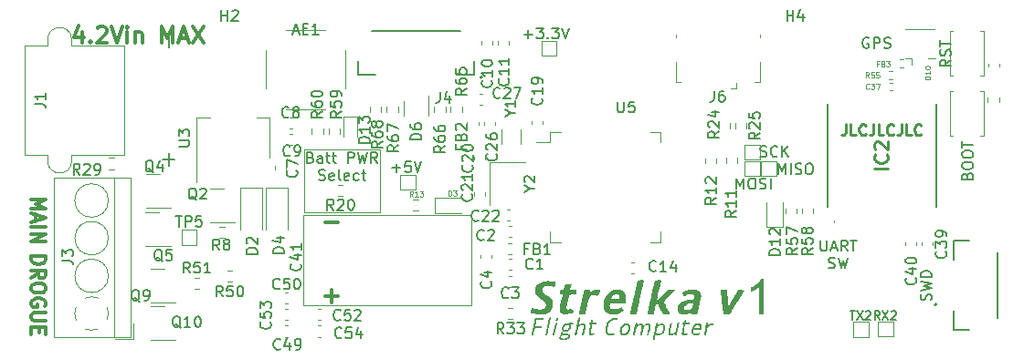
<source format=gbr>
%TF.GenerationSoftware,KiCad,Pcbnew,(6.0.2)*%
%TF.CreationDate,2022-11-13T17:15:13+11:00*%
%TF.ProjectId,Strelka_Flight_Computer,53747265-6c6b-4615-9f46-6c696768745f,rev?*%
%TF.SameCoordinates,Original*%
%TF.FileFunction,Legend,Top*%
%TF.FilePolarity,Positive*%
%FSLAX46Y46*%
G04 Gerber Fmt 4.6, Leading zero omitted, Abs format (unit mm)*
G04 Created by KiCad (PCBNEW (6.0.2)) date 2022-11-13 17:15:13*
%MOMM*%
%LPD*%
G01*
G04 APERTURE LIST*
%ADD10C,0.250000*%
%ADD11C,0.100000*%
%ADD12C,0.200000*%
%ADD13C,0.150000*%
%ADD14C,0.300000*%
%ADD15C,0.254000*%
%ADD16C,0.125000*%
%ADD17C,0.120000*%
%ADD18C,0.127000*%
G04 APERTURE END LIST*
D10*
X172666666Y-80972380D02*
X172666666Y-81686666D01*
X172619047Y-81829523D01*
X172523809Y-81924761D01*
X172380952Y-81972380D01*
X172285714Y-81972380D01*
X173619047Y-81972380D02*
X173142857Y-81972380D01*
X173142857Y-80972380D01*
X174523809Y-81877142D02*
X174476190Y-81924761D01*
X174333333Y-81972380D01*
X174238095Y-81972380D01*
X174095238Y-81924761D01*
X174000000Y-81829523D01*
X173952380Y-81734285D01*
X173904761Y-81543809D01*
X173904761Y-81400952D01*
X173952380Y-81210476D01*
X174000000Y-81115238D01*
X174095238Y-81020000D01*
X174238095Y-80972380D01*
X174333333Y-80972380D01*
X174476190Y-81020000D01*
X174523809Y-81067619D01*
X175238095Y-80972380D02*
X175238095Y-81686666D01*
X175190476Y-81829523D01*
X175095238Y-81924761D01*
X174952380Y-81972380D01*
X174857142Y-81972380D01*
X176190476Y-81972380D02*
X175714285Y-81972380D01*
X175714285Y-80972380D01*
X177095238Y-81877142D02*
X177047619Y-81924761D01*
X176904761Y-81972380D01*
X176809523Y-81972380D01*
X176666666Y-81924761D01*
X176571428Y-81829523D01*
X176523809Y-81734285D01*
X176476190Y-81543809D01*
X176476190Y-81400952D01*
X176523809Y-81210476D01*
X176571428Y-81115238D01*
X176666666Y-81020000D01*
X176809523Y-80972380D01*
X176904761Y-80972380D01*
X177047619Y-81020000D01*
X177095238Y-81067619D01*
X177809523Y-80972380D02*
X177809523Y-81686666D01*
X177761904Y-81829523D01*
X177666666Y-81924761D01*
X177523809Y-81972380D01*
X177428571Y-81972380D01*
X178761904Y-81972380D02*
X178285714Y-81972380D01*
X178285714Y-80972380D01*
X179666666Y-81877142D02*
X179619047Y-81924761D01*
X179476190Y-81972380D01*
X179380952Y-81972380D01*
X179238095Y-81924761D01*
X179142857Y-81829523D01*
X179095238Y-81734285D01*
X179047619Y-81543809D01*
X179047619Y-81400952D01*
X179095238Y-81210476D01*
X179142857Y-81115238D01*
X179238095Y-81020000D01*
X179380952Y-80972380D01*
X179476190Y-80972380D01*
X179619047Y-81020000D01*
X179666666Y-81067619D01*
D11*
X122444000Y-83312000D02*
X129524000Y-83312000D01*
X129524000Y-83312000D02*
X129524000Y-89172000D01*
X129524000Y-89172000D02*
X122444000Y-89172000D01*
X122444000Y-89172000D02*
X122444000Y-83312000D01*
D12*
X130634285Y-85041428D02*
X131396190Y-85041428D01*
X131015238Y-85422380D02*
X131015238Y-84660476D01*
X132348571Y-84422380D02*
X131872380Y-84422380D01*
X131824761Y-84898571D01*
X131872380Y-84850952D01*
X131967619Y-84803333D01*
X132205714Y-84803333D01*
X132300952Y-84850952D01*
X132348571Y-84898571D01*
X132396190Y-84993809D01*
X132396190Y-85231904D01*
X132348571Y-85327142D01*
X132300952Y-85374761D01*
X132205714Y-85422380D01*
X131967619Y-85422380D01*
X131872380Y-85374761D01*
X131824761Y-85327142D01*
X132681904Y-84422380D02*
X133015238Y-85422380D01*
X133348571Y-84422380D01*
D13*
X162558571Y-86982380D02*
X162558571Y-85982380D01*
X162891904Y-86696666D01*
X163225238Y-85982380D01*
X163225238Y-86982380D01*
X163891904Y-85982380D02*
X164082380Y-85982380D01*
X164177619Y-86030000D01*
X164272857Y-86125238D01*
X164320476Y-86315714D01*
X164320476Y-86649047D01*
X164272857Y-86839523D01*
X164177619Y-86934761D01*
X164082380Y-86982380D01*
X163891904Y-86982380D01*
X163796666Y-86934761D01*
X163701428Y-86839523D01*
X163653809Y-86649047D01*
X163653809Y-86315714D01*
X163701428Y-86125238D01*
X163796666Y-86030000D01*
X163891904Y-85982380D01*
X164701428Y-86934761D02*
X164844285Y-86982380D01*
X165082380Y-86982380D01*
X165177619Y-86934761D01*
X165225238Y-86887142D01*
X165272857Y-86791904D01*
X165272857Y-86696666D01*
X165225238Y-86601428D01*
X165177619Y-86553809D01*
X165082380Y-86506190D01*
X164891904Y-86458571D01*
X164796666Y-86410952D01*
X164749047Y-86363333D01*
X164701428Y-86268095D01*
X164701428Y-86172857D01*
X164749047Y-86077619D01*
X164796666Y-86030000D01*
X164891904Y-85982380D01*
X165130000Y-85982380D01*
X165272857Y-86030000D01*
X165701428Y-86982380D02*
X165701428Y-85982380D01*
D14*
X125571428Y-90057142D02*
X124428571Y-90057142D01*
X97201904Y-93234323D02*
X98501904Y-93234323D01*
X98501904Y-93543847D01*
X98440000Y-93729561D01*
X98316190Y-93853371D01*
X98192380Y-93915276D01*
X97944761Y-93977180D01*
X97759047Y-93977180D01*
X97511428Y-93915276D01*
X97387619Y-93853371D01*
X97263809Y-93729561D01*
X97201904Y-93543847D01*
X97201904Y-93234323D01*
X97201904Y-95277180D02*
X97820952Y-94843847D01*
X97201904Y-94534323D02*
X98501904Y-94534323D01*
X98501904Y-95029561D01*
X98440000Y-95153371D01*
X98378095Y-95215276D01*
X98254285Y-95277180D01*
X98068571Y-95277180D01*
X97944761Y-95215276D01*
X97882857Y-95153371D01*
X97820952Y-95029561D01*
X97820952Y-94534323D01*
X98501904Y-96081942D02*
X98501904Y-96329561D01*
X98440000Y-96453371D01*
X98316190Y-96577180D01*
X98068571Y-96639085D01*
X97635238Y-96639085D01*
X97387619Y-96577180D01*
X97263809Y-96453371D01*
X97201904Y-96329561D01*
X97201904Y-96081942D01*
X97263809Y-95958133D01*
X97387619Y-95834323D01*
X97635238Y-95772419D01*
X98068571Y-95772419D01*
X98316190Y-95834323D01*
X98440000Y-95958133D01*
X98501904Y-96081942D01*
X98440000Y-97877180D02*
X98501904Y-97753371D01*
X98501904Y-97567657D01*
X98440000Y-97381942D01*
X98316190Y-97258133D01*
X98192380Y-97196228D01*
X97944761Y-97134323D01*
X97759047Y-97134323D01*
X97511428Y-97196228D01*
X97387619Y-97258133D01*
X97263809Y-97381942D01*
X97201904Y-97567657D01*
X97201904Y-97691466D01*
X97263809Y-97877180D01*
X97325714Y-97939085D01*
X97759047Y-97939085D01*
X97759047Y-97691466D01*
X98501904Y-98496228D02*
X97449523Y-98496228D01*
X97325714Y-98558133D01*
X97263809Y-98620038D01*
X97201904Y-98743847D01*
X97201904Y-98991466D01*
X97263809Y-99115276D01*
X97325714Y-99177180D01*
X97449523Y-99239085D01*
X98501904Y-99239085D01*
X97882857Y-99858133D02*
X97882857Y-100291466D01*
X97201904Y-100477180D02*
X97201904Y-99858133D01*
X98501904Y-99858133D01*
X98501904Y-100477180D01*
D13*
X180564761Y-97307142D02*
X180612380Y-97164285D01*
X180612380Y-96926190D01*
X180564761Y-96830952D01*
X180517142Y-96783333D01*
X180421904Y-96735714D01*
X180326666Y-96735714D01*
X180231428Y-96783333D01*
X180183809Y-96830952D01*
X180136190Y-96926190D01*
X180088571Y-97116666D01*
X180040952Y-97211904D01*
X179993333Y-97259523D01*
X179898095Y-97307142D01*
X179802857Y-97307142D01*
X179707619Y-97259523D01*
X179660000Y-97211904D01*
X179612380Y-97116666D01*
X179612380Y-96878571D01*
X179660000Y-96735714D01*
X179612380Y-96402380D02*
X180612380Y-96164285D01*
X179898095Y-95973809D01*
X180612380Y-95783333D01*
X179612380Y-95545238D01*
X180612380Y-95164285D02*
X179612380Y-95164285D01*
X179612380Y-94926190D01*
X179660000Y-94783333D01*
X179755238Y-94688095D01*
X179850476Y-94640476D01*
X180040952Y-94592857D01*
X180183809Y-94592857D01*
X180374285Y-94640476D01*
X180469523Y-94688095D01*
X180564761Y-94783333D01*
X180612380Y-94926190D01*
X180612380Y-95164285D01*
X175815714Y-99121904D02*
X175549047Y-98740952D01*
X175358571Y-99121904D02*
X175358571Y-98321904D01*
X175663333Y-98321904D01*
X175739523Y-98360000D01*
X175777619Y-98398095D01*
X175815714Y-98474285D01*
X175815714Y-98588571D01*
X175777619Y-98664761D01*
X175739523Y-98702857D01*
X175663333Y-98740952D01*
X175358571Y-98740952D01*
X176082380Y-98321904D02*
X176615714Y-99121904D01*
X176615714Y-98321904D02*
X176082380Y-99121904D01*
X176882380Y-98398095D02*
X176920476Y-98360000D01*
X176996666Y-98321904D01*
X177187142Y-98321904D01*
X177263333Y-98360000D01*
X177301428Y-98398095D01*
X177339523Y-98474285D01*
X177339523Y-98550476D01*
X177301428Y-98664761D01*
X176844285Y-99121904D01*
X177339523Y-99121904D01*
X174795714Y-72940000D02*
X174700476Y-72892380D01*
X174557619Y-72892380D01*
X174414761Y-72940000D01*
X174319523Y-73035238D01*
X174271904Y-73130476D01*
X174224285Y-73320952D01*
X174224285Y-73463809D01*
X174271904Y-73654285D01*
X174319523Y-73749523D01*
X174414761Y-73844761D01*
X174557619Y-73892380D01*
X174652857Y-73892380D01*
X174795714Y-73844761D01*
X174843333Y-73797142D01*
X174843333Y-73463809D01*
X174652857Y-73463809D01*
X175271904Y-73892380D02*
X175271904Y-72892380D01*
X175652857Y-72892380D01*
X175748095Y-72940000D01*
X175795714Y-72987619D01*
X175843333Y-73082857D01*
X175843333Y-73225714D01*
X175795714Y-73320952D01*
X175748095Y-73368571D01*
X175652857Y-73416190D01*
X175271904Y-73416190D01*
X176224285Y-73844761D02*
X176367142Y-73892380D01*
X176605238Y-73892380D01*
X176700476Y-73844761D01*
X176748095Y-73797142D01*
X176795714Y-73701904D01*
X176795714Y-73606666D01*
X176748095Y-73511428D01*
X176700476Y-73463809D01*
X176605238Y-73416190D01*
X176414761Y-73368571D01*
X176319523Y-73320952D01*
X176271904Y-73273333D01*
X176224285Y-73178095D01*
X176224285Y-73082857D01*
X176271904Y-72987619D01*
X176319523Y-72940000D01*
X176414761Y-72892380D01*
X176652857Y-72892380D01*
X176795714Y-72940000D01*
X173089523Y-98331904D02*
X173546666Y-98331904D01*
X173318095Y-99131904D02*
X173318095Y-98331904D01*
X173737142Y-98331904D02*
X174270476Y-99131904D01*
X174270476Y-98331904D02*
X173737142Y-99131904D01*
X174537142Y-98408095D02*
X174575238Y-98370000D01*
X174651428Y-98331904D01*
X174841904Y-98331904D01*
X174918095Y-98370000D01*
X174956190Y-98408095D01*
X174994285Y-98484285D01*
X174994285Y-98560476D01*
X174956190Y-98674761D01*
X174499047Y-99131904D01*
X174994285Y-99131904D01*
X170344761Y-91747380D02*
X170344761Y-92556904D01*
X170392380Y-92652142D01*
X170440000Y-92699761D01*
X170535238Y-92747380D01*
X170725714Y-92747380D01*
X170820952Y-92699761D01*
X170868571Y-92652142D01*
X170916190Y-92556904D01*
X170916190Y-91747380D01*
X171344761Y-92461666D02*
X171820952Y-92461666D01*
X171249523Y-92747380D02*
X171582857Y-91747380D01*
X171916190Y-92747380D01*
X172820952Y-92747380D02*
X172487619Y-92271190D01*
X172249523Y-92747380D02*
X172249523Y-91747380D01*
X172630476Y-91747380D01*
X172725714Y-91795000D01*
X172773333Y-91842619D01*
X172820952Y-91937857D01*
X172820952Y-92080714D01*
X172773333Y-92175952D01*
X172725714Y-92223571D01*
X172630476Y-92271190D01*
X172249523Y-92271190D01*
X173106666Y-91747380D02*
X173678095Y-91747380D01*
X173392380Y-92747380D02*
X173392380Y-91747380D01*
X171082857Y-94309761D02*
X171225714Y-94357380D01*
X171463809Y-94357380D01*
X171559047Y-94309761D01*
X171606666Y-94262142D01*
X171654285Y-94166904D01*
X171654285Y-94071666D01*
X171606666Y-93976428D01*
X171559047Y-93928809D01*
X171463809Y-93881190D01*
X171273333Y-93833571D01*
X171178095Y-93785952D01*
X171130476Y-93738333D01*
X171082857Y-93643095D01*
X171082857Y-93547857D01*
X171130476Y-93452619D01*
X171178095Y-93405000D01*
X171273333Y-93357380D01*
X171511428Y-93357380D01*
X171654285Y-93405000D01*
X171987619Y-93357380D02*
X172225714Y-94357380D01*
X172416190Y-93643095D01*
X172606666Y-94357380D01*
X172844761Y-93357380D01*
X142880000Y-72631428D02*
X143641904Y-72631428D01*
X143260952Y-73012380D02*
X143260952Y-72250476D01*
X144022857Y-72012380D02*
X144641904Y-72012380D01*
X144308571Y-72393333D01*
X144451428Y-72393333D01*
X144546666Y-72440952D01*
X144594285Y-72488571D01*
X144641904Y-72583809D01*
X144641904Y-72821904D01*
X144594285Y-72917142D01*
X144546666Y-72964761D01*
X144451428Y-73012380D01*
X144165714Y-73012380D01*
X144070476Y-72964761D01*
X144022857Y-72917142D01*
X145070476Y-72917142D02*
X145118095Y-72964761D01*
X145070476Y-73012380D01*
X145022857Y-72964761D01*
X145070476Y-72917142D01*
X145070476Y-73012380D01*
X145451428Y-72012380D02*
X146070476Y-72012380D01*
X145737142Y-72393333D01*
X145880000Y-72393333D01*
X145975238Y-72440952D01*
X146022857Y-72488571D01*
X146070476Y-72583809D01*
X146070476Y-72821904D01*
X146022857Y-72917142D01*
X145975238Y-72964761D01*
X145880000Y-73012380D01*
X145594285Y-73012380D01*
X145499047Y-72964761D01*
X145451428Y-72917142D01*
X146356190Y-72012380D02*
X146689523Y-73012380D01*
X147022857Y-72012380D01*
D14*
X125571428Y-96927142D02*
X124428571Y-96927142D01*
X125000000Y-97498571D02*
X125000000Y-96355714D01*
D13*
X183938571Y-85757142D02*
X183986190Y-85614285D01*
X184033809Y-85566666D01*
X184129047Y-85519047D01*
X184271904Y-85519047D01*
X184367142Y-85566666D01*
X184414761Y-85614285D01*
X184462380Y-85709523D01*
X184462380Y-86090476D01*
X183462380Y-86090476D01*
X183462380Y-85757142D01*
X183510000Y-85661904D01*
X183557619Y-85614285D01*
X183652857Y-85566666D01*
X183748095Y-85566666D01*
X183843333Y-85614285D01*
X183890952Y-85661904D01*
X183938571Y-85757142D01*
X183938571Y-86090476D01*
X183462380Y-84900000D02*
X183462380Y-84709523D01*
X183510000Y-84614285D01*
X183605238Y-84519047D01*
X183795714Y-84471428D01*
X184129047Y-84471428D01*
X184319523Y-84519047D01*
X184414761Y-84614285D01*
X184462380Y-84709523D01*
X184462380Y-84900000D01*
X184414761Y-84995238D01*
X184319523Y-85090476D01*
X184129047Y-85138095D01*
X183795714Y-85138095D01*
X183605238Y-85090476D01*
X183510000Y-84995238D01*
X183462380Y-84900000D01*
X183462380Y-83852380D02*
X183462380Y-83661904D01*
X183510000Y-83566666D01*
X183605238Y-83471428D01*
X183795714Y-83423809D01*
X184129047Y-83423809D01*
X184319523Y-83471428D01*
X184414761Y-83566666D01*
X184462380Y-83661904D01*
X184462380Y-83852380D01*
X184414761Y-83947619D01*
X184319523Y-84042857D01*
X184129047Y-84090476D01*
X183795714Y-84090476D01*
X183605238Y-84042857D01*
X183510000Y-83947619D01*
X183462380Y-83852380D01*
X183462380Y-83138095D02*
X183462380Y-82566666D01*
X184462380Y-82852380D02*
X183462380Y-82852380D01*
X166428571Y-85612380D02*
X166428571Y-84612380D01*
X166761904Y-85326666D01*
X167095238Y-84612380D01*
X167095238Y-85612380D01*
X167571428Y-85612380D02*
X167571428Y-84612380D01*
X168000000Y-85564761D02*
X168142857Y-85612380D01*
X168380952Y-85612380D01*
X168476190Y-85564761D01*
X168523809Y-85517142D01*
X168571428Y-85421904D01*
X168571428Y-85326666D01*
X168523809Y-85231428D01*
X168476190Y-85183809D01*
X168380952Y-85136190D01*
X168190476Y-85088571D01*
X168095238Y-85040952D01*
X168047619Y-84993333D01*
X168000000Y-84898095D01*
X168000000Y-84802857D01*
X168047619Y-84707619D01*
X168095238Y-84660000D01*
X168190476Y-84612380D01*
X168428571Y-84612380D01*
X168571428Y-84660000D01*
X169190476Y-84612380D02*
X169380952Y-84612380D01*
X169476190Y-84660000D01*
X169571428Y-84755238D01*
X169619047Y-84945714D01*
X169619047Y-85279047D01*
X169571428Y-85469523D01*
X169476190Y-85564761D01*
X169380952Y-85612380D01*
X169190476Y-85612380D01*
X169095238Y-85564761D01*
X169000000Y-85469523D01*
X168952380Y-85279047D01*
X168952380Y-84945714D01*
X169000000Y-84755238D01*
X169095238Y-84660000D01*
X169190476Y-84612380D01*
D14*
X97201904Y-87935047D02*
X98501904Y-87935047D01*
X97573333Y-88368380D01*
X98501904Y-88801714D01*
X97201904Y-88801714D01*
X97573333Y-89358857D02*
X97573333Y-89977904D01*
X97201904Y-89235047D02*
X98501904Y-89668380D01*
X97201904Y-90101714D01*
X97201904Y-90535047D02*
X98501904Y-90535047D01*
X97201904Y-91154095D02*
X98501904Y-91154095D01*
X97201904Y-91896952D01*
X98501904Y-91896952D01*
D13*
X164754285Y-83944761D02*
X164897142Y-83992380D01*
X165135238Y-83992380D01*
X165230476Y-83944761D01*
X165278095Y-83897142D01*
X165325714Y-83801904D01*
X165325714Y-83706666D01*
X165278095Y-83611428D01*
X165230476Y-83563809D01*
X165135238Y-83516190D01*
X164944761Y-83468571D01*
X164849523Y-83420952D01*
X164801904Y-83373333D01*
X164754285Y-83278095D01*
X164754285Y-83182857D01*
X164801904Y-83087619D01*
X164849523Y-83040000D01*
X164944761Y-82992380D01*
X165182857Y-82992380D01*
X165325714Y-83040000D01*
X166325714Y-83897142D02*
X166278095Y-83944761D01*
X166135238Y-83992380D01*
X166040000Y-83992380D01*
X165897142Y-83944761D01*
X165801904Y-83849523D01*
X165754285Y-83754285D01*
X165706666Y-83563809D01*
X165706666Y-83420952D01*
X165754285Y-83230476D01*
X165801904Y-83135238D01*
X165897142Y-83040000D01*
X166040000Y-82992380D01*
X166135238Y-82992380D01*
X166278095Y-83040000D01*
X166325714Y-83087619D01*
X166754285Y-83992380D02*
X166754285Y-82992380D01*
X167325714Y-83992380D02*
X166897142Y-83420952D01*
X167325714Y-82992380D02*
X166754285Y-83563809D01*
D14*
X101880000Y-72388571D02*
X101880000Y-73388571D01*
X101522857Y-71817142D02*
X101165714Y-72888571D01*
X102094285Y-72888571D01*
X102665714Y-73245714D02*
X102737142Y-73317142D01*
X102665714Y-73388571D01*
X102594285Y-73317142D01*
X102665714Y-73245714D01*
X102665714Y-73388571D01*
X103308571Y-72031428D02*
X103380000Y-71960000D01*
X103522857Y-71888571D01*
X103880000Y-71888571D01*
X104022857Y-71960000D01*
X104094285Y-72031428D01*
X104165714Y-72174285D01*
X104165714Y-72317142D01*
X104094285Y-72531428D01*
X103237142Y-73388571D01*
X104165714Y-73388571D01*
X104594285Y-71888571D02*
X105094285Y-73388571D01*
X105594285Y-71888571D01*
X106094285Y-73388571D02*
X106094285Y-72388571D01*
X106094285Y-71888571D02*
X106022857Y-71960000D01*
X106094285Y-72031428D01*
X106165714Y-71960000D01*
X106094285Y-71888571D01*
X106094285Y-72031428D01*
X106808571Y-72388571D02*
X106808571Y-73388571D01*
X106808571Y-72531428D02*
X106880000Y-72460000D01*
X107022857Y-72388571D01*
X107237142Y-72388571D01*
X107380000Y-72460000D01*
X107451428Y-72602857D01*
X107451428Y-73388571D01*
X109308571Y-73388571D02*
X109308571Y-71888571D01*
X109808571Y-72960000D01*
X110308571Y-71888571D01*
X110308571Y-73388571D01*
X110951428Y-72960000D02*
X111665714Y-72960000D01*
X110808571Y-73388571D02*
X111308571Y-71888571D01*
X111808571Y-73388571D01*
X112165714Y-71888571D02*
X113165714Y-73388571D01*
X113165714Y-71888571D02*
X112165714Y-73388571D01*
D12*
X123064238Y-84045571D02*
X123207095Y-84093190D01*
X123254714Y-84140809D01*
X123302333Y-84236047D01*
X123302333Y-84378904D01*
X123254714Y-84474142D01*
X123207095Y-84521761D01*
X123111857Y-84569380D01*
X122730904Y-84569380D01*
X122730904Y-83569380D01*
X123064238Y-83569380D01*
X123159476Y-83617000D01*
X123207095Y-83664619D01*
X123254714Y-83759857D01*
X123254714Y-83855095D01*
X123207095Y-83950333D01*
X123159476Y-83997952D01*
X123064238Y-84045571D01*
X122730904Y-84045571D01*
X124159476Y-84569380D02*
X124159476Y-84045571D01*
X124111857Y-83950333D01*
X124016619Y-83902714D01*
X123826142Y-83902714D01*
X123730904Y-83950333D01*
X124159476Y-84521761D02*
X124064238Y-84569380D01*
X123826142Y-84569380D01*
X123730904Y-84521761D01*
X123683285Y-84426523D01*
X123683285Y-84331285D01*
X123730904Y-84236047D01*
X123826142Y-84188428D01*
X124064238Y-84188428D01*
X124159476Y-84140809D01*
X124492809Y-83902714D02*
X124873761Y-83902714D01*
X124635666Y-83569380D02*
X124635666Y-84426523D01*
X124683285Y-84521761D01*
X124778523Y-84569380D01*
X124873761Y-84569380D01*
X125064238Y-83902714D02*
X125445190Y-83902714D01*
X125207095Y-83569380D02*
X125207095Y-84426523D01*
X125254714Y-84521761D01*
X125349952Y-84569380D01*
X125445190Y-84569380D01*
X126540428Y-84569380D02*
X126540428Y-83569380D01*
X126921380Y-83569380D01*
X127016619Y-83617000D01*
X127064238Y-83664619D01*
X127111857Y-83759857D01*
X127111857Y-83902714D01*
X127064238Y-83997952D01*
X127016619Y-84045571D01*
X126921380Y-84093190D01*
X126540428Y-84093190D01*
X127445190Y-83569380D02*
X127683285Y-84569380D01*
X127873761Y-83855095D01*
X128064238Y-84569380D01*
X128302333Y-83569380D01*
X129254714Y-84569380D02*
X128921380Y-84093190D01*
X128683285Y-84569380D02*
X128683285Y-83569380D01*
X129064238Y-83569380D01*
X129159476Y-83617000D01*
X129207095Y-83664619D01*
X129254714Y-83759857D01*
X129254714Y-83902714D01*
X129207095Y-83997952D01*
X129159476Y-84045571D01*
X129064238Y-84093190D01*
X128683285Y-84093190D01*
X123849952Y-86131761D02*
X123992809Y-86179380D01*
X124230904Y-86179380D01*
X124326142Y-86131761D01*
X124373761Y-86084142D01*
X124421380Y-85988904D01*
X124421380Y-85893666D01*
X124373761Y-85798428D01*
X124326142Y-85750809D01*
X124230904Y-85703190D01*
X124040428Y-85655571D01*
X123945190Y-85607952D01*
X123897571Y-85560333D01*
X123849952Y-85465095D01*
X123849952Y-85369857D01*
X123897571Y-85274619D01*
X123945190Y-85227000D01*
X124040428Y-85179380D01*
X124278523Y-85179380D01*
X124421380Y-85227000D01*
X125230904Y-86131761D02*
X125135666Y-86179380D01*
X124945190Y-86179380D01*
X124849952Y-86131761D01*
X124802333Y-86036523D01*
X124802333Y-85655571D01*
X124849952Y-85560333D01*
X124945190Y-85512714D01*
X125135666Y-85512714D01*
X125230904Y-85560333D01*
X125278523Y-85655571D01*
X125278523Y-85750809D01*
X124802333Y-85846047D01*
X125849952Y-86179380D02*
X125754714Y-86131761D01*
X125707095Y-86036523D01*
X125707095Y-85179380D01*
X126611857Y-86131761D02*
X126516619Y-86179380D01*
X126326142Y-86179380D01*
X126230904Y-86131761D01*
X126183285Y-86036523D01*
X126183285Y-85655571D01*
X126230904Y-85560333D01*
X126326142Y-85512714D01*
X126516619Y-85512714D01*
X126611857Y-85560333D01*
X126659476Y-85655571D01*
X126659476Y-85750809D01*
X126183285Y-85846047D01*
X127516619Y-86131761D02*
X127421380Y-86179380D01*
X127230904Y-86179380D01*
X127135666Y-86131761D01*
X127088047Y-86084142D01*
X127040428Y-85988904D01*
X127040428Y-85703190D01*
X127088047Y-85607952D01*
X127135666Y-85560333D01*
X127230904Y-85512714D01*
X127421380Y-85512714D01*
X127516619Y-85560333D01*
X127802333Y-85512714D02*
X128183285Y-85512714D01*
X127945190Y-85179380D02*
X127945190Y-86036523D01*
X127992809Y-86131761D01*
X128088047Y-86179380D01*
X128183285Y-86179380D01*
D13*
X182422380Y-74987619D02*
X181946190Y-75320952D01*
X182422380Y-75559047D02*
X181422380Y-75559047D01*
X181422380Y-75178095D01*
X181470000Y-75082857D01*
X181517619Y-75035238D01*
X181612857Y-74987619D01*
X181755714Y-74987619D01*
X181850952Y-75035238D01*
X181898571Y-75082857D01*
X181946190Y-75178095D01*
X181946190Y-75559047D01*
X182374761Y-74606666D02*
X182422380Y-74463809D01*
X182422380Y-74225714D01*
X182374761Y-74130476D01*
X182327142Y-74082857D01*
X182231904Y-74035238D01*
X182136666Y-74035238D01*
X182041428Y-74082857D01*
X181993809Y-74130476D01*
X181946190Y-74225714D01*
X181898571Y-74416190D01*
X181850952Y-74511428D01*
X181803333Y-74559047D01*
X181708095Y-74606666D01*
X181612857Y-74606666D01*
X181517619Y-74559047D01*
X181470000Y-74511428D01*
X181422380Y-74416190D01*
X181422380Y-74178095D01*
X181470000Y-74035238D01*
X181422380Y-73749523D02*
X181422380Y-73178095D01*
X182422380Y-73463809D02*
X181422380Y-73463809D01*
%TO.C,C4*%
X139747142Y-95566666D02*
X139794761Y-95614285D01*
X139842380Y-95757142D01*
X139842380Y-95852380D01*
X139794761Y-95995238D01*
X139699523Y-96090476D01*
X139604285Y-96138095D01*
X139413809Y-96185714D01*
X139270952Y-96185714D01*
X139080476Y-96138095D01*
X138985238Y-96090476D01*
X138890000Y-95995238D01*
X138842380Y-95852380D01*
X138842380Y-95757142D01*
X138890000Y-95614285D01*
X138937619Y-95566666D01*
X139175714Y-94709523D02*
X139842380Y-94709523D01*
X138794761Y-94947619D02*
X139509047Y-95185714D01*
X139509047Y-94566666D01*
%TO.C,R66*%
X135532380Y-82972857D02*
X135056190Y-83306190D01*
X135532380Y-83544285D02*
X134532380Y-83544285D01*
X134532380Y-83163333D01*
X134580000Y-83068095D01*
X134627619Y-83020476D01*
X134722857Y-82972857D01*
X134865714Y-82972857D01*
X134960952Y-83020476D01*
X135008571Y-83068095D01*
X135056190Y-83163333D01*
X135056190Y-83544285D01*
X134532380Y-82115714D02*
X134532380Y-82306190D01*
X134580000Y-82401428D01*
X134627619Y-82449047D01*
X134770476Y-82544285D01*
X134960952Y-82591904D01*
X135341904Y-82591904D01*
X135437142Y-82544285D01*
X135484761Y-82496666D01*
X135532380Y-82401428D01*
X135532380Y-82210952D01*
X135484761Y-82115714D01*
X135437142Y-82068095D01*
X135341904Y-82020476D01*
X135103809Y-82020476D01*
X135008571Y-82068095D01*
X134960952Y-82115714D01*
X134913333Y-82210952D01*
X134913333Y-82401428D01*
X134960952Y-82496666D01*
X135008571Y-82544285D01*
X135103809Y-82591904D01*
X134532380Y-81163333D02*
X134532380Y-81353809D01*
X134580000Y-81449047D01*
X134627619Y-81496666D01*
X134770476Y-81591904D01*
X134960952Y-81639523D01*
X135341904Y-81639523D01*
X135437142Y-81591904D01*
X135484761Y-81544285D01*
X135532380Y-81449047D01*
X135532380Y-81258571D01*
X135484761Y-81163333D01*
X135437142Y-81115714D01*
X135341904Y-81068095D01*
X135103809Y-81068095D01*
X135008571Y-81115714D01*
X134960952Y-81163333D01*
X134913333Y-81258571D01*
X134913333Y-81449047D01*
X134960952Y-81544285D01*
X135008571Y-81591904D01*
X135103809Y-81639523D01*
%TO.C,U3*%
X110842380Y-83021904D02*
X111651904Y-83021904D01*
X111747142Y-82974285D01*
X111794761Y-82926666D01*
X111842380Y-82831428D01*
X111842380Y-82640952D01*
X111794761Y-82545714D01*
X111747142Y-82498095D01*
X111651904Y-82450476D01*
X110842380Y-82450476D01*
X110842380Y-82069523D02*
X110842380Y-81450476D01*
X111223333Y-81783809D01*
X111223333Y-81640952D01*
X111270952Y-81545714D01*
X111318571Y-81498095D01*
X111413809Y-81450476D01*
X111651904Y-81450476D01*
X111747142Y-81498095D01*
X111794761Y-81545714D01*
X111842380Y-81640952D01*
X111842380Y-81926666D01*
X111794761Y-82021904D01*
X111747142Y-82069523D01*
D15*
%TO.C,IC2*%
X176574523Y-85099761D02*
X175304523Y-85099761D01*
X176453571Y-83769285D02*
X176514047Y-83829761D01*
X176574523Y-84011190D01*
X176574523Y-84132142D01*
X176514047Y-84313571D01*
X176393095Y-84434523D01*
X176272142Y-84495000D01*
X176030238Y-84555476D01*
X175848809Y-84555476D01*
X175606904Y-84495000D01*
X175485952Y-84434523D01*
X175365000Y-84313571D01*
X175304523Y-84132142D01*
X175304523Y-84011190D01*
X175365000Y-83829761D01*
X175425476Y-83769285D01*
X175425476Y-83285476D02*
X175365000Y-83225000D01*
X175304523Y-83104047D01*
X175304523Y-82801666D01*
X175365000Y-82680714D01*
X175425476Y-82620238D01*
X175546428Y-82559761D01*
X175667380Y-82559761D01*
X175848809Y-82620238D01*
X176574523Y-83345952D01*
X176574523Y-82559761D01*
D13*
%TO.C,C9*%
X121163333Y-83827142D02*
X121115714Y-83874761D01*
X120972857Y-83922380D01*
X120877619Y-83922380D01*
X120734761Y-83874761D01*
X120639523Y-83779523D01*
X120591904Y-83684285D01*
X120544285Y-83493809D01*
X120544285Y-83350952D01*
X120591904Y-83160476D01*
X120639523Y-83065238D01*
X120734761Y-82970000D01*
X120877619Y-82922380D01*
X120972857Y-82922380D01*
X121115714Y-82970000D01*
X121163333Y-83017619D01*
X121639523Y-83922380D02*
X121830000Y-83922380D01*
X121925238Y-83874761D01*
X121972857Y-83827142D01*
X122068095Y-83684285D01*
X122115714Y-83493809D01*
X122115714Y-83112857D01*
X122068095Y-83017619D01*
X122020476Y-82970000D01*
X121925238Y-82922380D01*
X121734761Y-82922380D01*
X121639523Y-82970000D01*
X121591904Y-83017619D01*
X121544285Y-83112857D01*
X121544285Y-83350952D01*
X121591904Y-83446190D01*
X121639523Y-83493809D01*
X121734761Y-83541428D01*
X121925238Y-83541428D01*
X122020476Y-83493809D01*
X122068095Y-83446190D01*
X122115714Y-83350952D01*
%TO.C,J3*%
X100036380Y-93635333D02*
X100750666Y-93635333D01*
X100893523Y-93682952D01*
X100988761Y-93778190D01*
X101036380Y-93921047D01*
X101036380Y-94016285D01*
X100036380Y-93254380D02*
X100036380Y-92635333D01*
X100417333Y-92968666D01*
X100417333Y-92825809D01*
X100464952Y-92730571D01*
X100512571Y-92682952D01*
X100607809Y-92635333D01*
X100845904Y-92635333D01*
X100941142Y-92682952D01*
X100988761Y-92730571D01*
X101036380Y-92825809D01*
X101036380Y-93111523D01*
X100988761Y-93206761D01*
X100941142Y-93254380D01*
%TO.C,D4*%
X120602380Y-92938095D02*
X119602380Y-92938095D01*
X119602380Y-92700000D01*
X119650000Y-92557142D01*
X119745238Y-92461904D01*
X119840476Y-92414285D01*
X120030952Y-92366666D01*
X120173809Y-92366666D01*
X120364285Y-92414285D01*
X120459523Y-92461904D01*
X120554761Y-92557142D01*
X120602380Y-92700000D01*
X120602380Y-92938095D01*
X119935714Y-91509523D02*
X120602380Y-91509523D01*
X119554761Y-91747619D02*
X120269047Y-91985714D01*
X120269047Y-91366666D01*
%TO.C,C21*%
X137987142Y-87482857D02*
X138034761Y-87530476D01*
X138082380Y-87673333D01*
X138082380Y-87768571D01*
X138034761Y-87911428D01*
X137939523Y-88006666D01*
X137844285Y-88054285D01*
X137653809Y-88101904D01*
X137510952Y-88101904D01*
X137320476Y-88054285D01*
X137225238Y-88006666D01*
X137130000Y-87911428D01*
X137082380Y-87768571D01*
X137082380Y-87673333D01*
X137130000Y-87530476D01*
X137177619Y-87482857D01*
X137177619Y-87101904D02*
X137130000Y-87054285D01*
X137082380Y-86959047D01*
X137082380Y-86720952D01*
X137130000Y-86625714D01*
X137177619Y-86578095D01*
X137272857Y-86530476D01*
X137368095Y-86530476D01*
X137510952Y-86578095D01*
X138082380Y-87149523D01*
X138082380Y-86530476D01*
X138082380Y-85578095D02*
X138082380Y-86149523D01*
X138082380Y-85863809D02*
X137082380Y-85863809D01*
X137225238Y-85959047D01*
X137320476Y-86054285D01*
X137368095Y-86149523D01*
D16*
%TO.C,R13*%
X132545971Y-87678390D02*
X132379304Y-87440295D01*
X132260257Y-87678390D02*
X132260257Y-87178390D01*
X132450733Y-87178390D01*
X132498352Y-87202200D01*
X132522161Y-87226009D01*
X132545971Y-87273628D01*
X132545971Y-87345057D01*
X132522161Y-87392676D01*
X132498352Y-87416485D01*
X132450733Y-87440295D01*
X132260257Y-87440295D01*
X133022161Y-87678390D02*
X132736447Y-87678390D01*
X132879304Y-87678390D02*
X132879304Y-87178390D01*
X132831685Y-87249819D01*
X132784066Y-87297438D01*
X132736447Y-87321247D01*
X133188828Y-87178390D02*
X133498352Y-87178390D01*
X133331685Y-87368866D01*
X133403114Y-87368866D01*
X133450733Y-87392676D01*
X133474542Y-87416485D01*
X133498352Y-87464104D01*
X133498352Y-87583152D01*
X133474542Y-87630771D01*
X133450733Y-87654580D01*
X133403114Y-87678390D01*
X133260257Y-87678390D01*
X133212638Y-87654580D01*
X133188828Y-87630771D01*
%TO.C,C37*%
X174848571Y-77648571D02*
X174824761Y-77672380D01*
X174753333Y-77696190D01*
X174705714Y-77696190D01*
X174634285Y-77672380D01*
X174586666Y-77624761D01*
X174562857Y-77577142D01*
X174539047Y-77481904D01*
X174539047Y-77410476D01*
X174562857Y-77315238D01*
X174586666Y-77267619D01*
X174634285Y-77220000D01*
X174705714Y-77196190D01*
X174753333Y-77196190D01*
X174824761Y-77220000D01*
X174848571Y-77243809D01*
X175015238Y-77196190D02*
X175324761Y-77196190D01*
X175158095Y-77386666D01*
X175229523Y-77386666D01*
X175277142Y-77410476D01*
X175300952Y-77434285D01*
X175324761Y-77481904D01*
X175324761Y-77600952D01*
X175300952Y-77648571D01*
X175277142Y-77672380D01*
X175229523Y-77696190D01*
X175086666Y-77696190D01*
X175039047Y-77672380D01*
X175015238Y-77648571D01*
X175491428Y-77196190D02*
X175824761Y-77196190D01*
X175610476Y-77696190D01*
D13*
%TO.C,D2*%
X118122380Y-93018095D02*
X117122380Y-93018095D01*
X117122380Y-92780000D01*
X117170000Y-92637142D01*
X117265238Y-92541904D01*
X117360476Y-92494285D01*
X117550952Y-92446666D01*
X117693809Y-92446666D01*
X117884285Y-92494285D01*
X117979523Y-92541904D01*
X118074761Y-92637142D01*
X118122380Y-92780000D01*
X118122380Y-93018095D01*
X117217619Y-92065714D02*
X117170000Y-92018095D01*
X117122380Y-91922857D01*
X117122380Y-91684761D01*
X117170000Y-91589523D01*
X117217619Y-91541904D01*
X117312857Y-91494285D01*
X117408095Y-91494285D01*
X117550952Y-91541904D01*
X118122380Y-92113333D01*
X118122380Y-91494285D01*
%TO.C,C1*%
X143653333Y-94337142D02*
X143605714Y-94384761D01*
X143462857Y-94432380D01*
X143367619Y-94432380D01*
X143224761Y-94384761D01*
X143129523Y-94289523D01*
X143081904Y-94194285D01*
X143034285Y-94003809D01*
X143034285Y-93860952D01*
X143081904Y-93670476D01*
X143129523Y-93575238D01*
X143224761Y-93480000D01*
X143367619Y-93432380D01*
X143462857Y-93432380D01*
X143605714Y-93480000D01*
X143653333Y-93527619D01*
X144605714Y-94432380D02*
X144034285Y-94432380D01*
X144320000Y-94432380D02*
X144320000Y-93432380D01*
X144224761Y-93575238D01*
X144129523Y-93670476D01*
X144034285Y-93718095D01*
%TO.C,C52*%
X125827142Y-99107142D02*
X125779523Y-99154761D01*
X125636666Y-99202380D01*
X125541428Y-99202380D01*
X125398571Y-99154761D01*
X125303333Y-99059523D01*
X125255714Y-98964285D01*
X125208095Y-98773809D01*
X125208095Y-98630952D01*
X125255714Y-98440476D01*
X125303333Y-98345238D01*
X125398571Y-98250000D01*
X125541428Y-98202380D01*
X125636666Y-98202380D01*
X125779523Y-98250000D01*
X125827142Y-98297619D01*
X126731904Y-98202380D02*
X126255714Y-98202380D01*
X126208095Y-98678571D01*
X126255714Y-98630952D01*
X126350952Y-98583333D01*
X126589047Y-98583333D01*
X126684285Y-98630952D01*
X126731904Y-98678571D01*
X126779523Y-98773809D01*
X126779523Y-99011904D01*
X126731904Y-99107142D01*
X126684285Y-99154761D01*
X126589047Y-99202380D01*
X126350952Y-99202380D01*
X126255714Y-99154761D01*
X126208095Y-99107142D01*
X127160476Y-98297619D02*
X127208095Y-98250000D01*
X127303333Y-98202380D01*
X127541428Y-98202380D01*
X127636666Y-98250000D01*
X127684285Y-98297619D01*
X127731904Y-98392857D01*
X127731904Y-98488095D01*
X127684285Y-98630952D01*
X127112857Y-99202380D01*
X127731904Y-99202380D01*
%TO.C,R50*%
X114927142Y-96979980D02*
X114593809Y-96503790D01*
X114355714Y-96979980D02*
X114355714Y-95979980D01*
X114736666Y-95979980D01*
X114831904Y-96027600D01*
X114879523Y-96075219D01*
X114927142Y-96170457D01*
X114927142Y-96313314D01*
X114879523Y-96408552D01*
X114831904Y-96456171D01*
X114736666Y-96503790D01*
X114355714Y-96503790D01*
X115831904Y-95979980D02*
X115355714Y-95979980D01*
X115308095Y-96456171D01*
X115355714Y-96408552D01*
X115450952Y-96360933D01*
X115689047Y-96360933D01*
X115784285Y-96408552D01*
X115831904Y-96456171D01*
X115879523Y-96551409D01*
X115879523Y-96789504D01*
X115831904Y-96884742D01*
X115784285Y-96932361D01*
X115689047Y-96979980D01*
X115450952Y-96979980D01*
X115355714Y-96932361D01*
X115308095Y-96884742D01*
X116498571Y-95979980D02*
X116593809Y-95979980D01*
X116689047Y-96027600D01*
X116736666Y-96075219D01*
X116784285Y-96170457D01*
X116831904Y-96360933D01*
X116831904Y-96599028D01*
X116784285Y-96789504D01*
X116736666Y-96884742D01*
X116689047Y-96932361D01*
X116593809Y-96979980D01*
X116498571Y-96979980D01*
X116403333Y-96932361D01*
X116355714Y-96884742D01*
X116308095Y-96789504D01*
X116260476Y-96599028D01*
X116260476Y-96360933D01*
X116308095Y-96170457D01*
X116355714Y-96075219D01*
X116403333Y-96027600D01*
X116498571Y-95979980D01*
%TO.C,FB1*%
X143236666Y-92518571D02*
X142903333Y-92518571D01*
X142903333Y-93042380D02*
X142903333Y-92042380D01*
X143379523Y-92042380D01*
X144093809Y-92518571D02*
X144236666Y-92566190D01*
X144284285Y-92613809D01*
X144331904Y-92709047D01*
X144331904Y-92851904D01*
X144284285Y-92947142D01*
X144236666Y-92994761D01*
X144141428Y-93042380D01*
X143760476Y-93042380D01*
X143760476Y-92042380D01*
X144093809Y-92042380D01*
X144189047Y-92090000D01*
X144236666Y-92137619D01*
X144284285Y-92232857D01*
X144284285Y-92328095D01*
X144236666Y-92423333D01*
X144189047Y-92470952D01*
X144093809Y-92518571D01*
X143760476Y-92518571D01*
X145284285Y-93042380D02*
X144712857Y-93042380D01*
X144998571Y-93042380D02*
X144998571Y-92042380D01*
X144903333Y-92185238D01*
X144808095Y-92280476D01*
X144712857Y-92328095D01*
%TO.C,R68*%
X129722380Y-82572857D02*
X129246190Y-82906190D01*
X129722380Y-83144285D02*
X128722380Y-83144285D01*
X128722380Y-82763333D01*
X128770000Y-82668095D01*
X128817619Y-82620476D01*
X128912857Y-82572857D01*
X129055714Y-82572857D01*
X129150952Y-82620476D01*
X129198571Y-82668095D01*
X129246190Y-82763333D01*
X129246190Y-83144285D01*
X128722380Y-81715714D02*
X128722380Y-81906190D01*
X128770000Y-82001428D01*
X128817619Y-82049047D01*
X128960476Y-82144285D01*
X129150952Y-82191904D01*
X129531904Y-82191904D01*
X129627142Y-82144285D01*
X129674761Y-82096666D01*
X129722380Y-82001428D01*
X129722380Y-81810952D01*
X129674761Y-81715714D01*
X129627142Y-81668095D01*
X129531904Y-81620476D01*
X129293809Y-81620476D01*
X129198571Y-81668095D01*
X129150952Y-81715714D01*
X129103333Y-81810952D01*
X129103333Y-82001428D01*
X129150952Y-82096666D01*
X129198571Y-82144285D01*
X129293809Y-82191904D01*
X129150952Y-81049047D02*
X129103333Y-81144285D01*
X129055714Y-81191904D01*
X128960476Y-81239523D01*
X128912857Y-81239523D01*
X128817619Y-81191904D01*
X128770000Y-81144285D01*
X128722380Y-81049047D01*
X128722380Y-80858571D01*
X128770000Y-80763333D01*
X128817619Y-80715714D01*
X128912857Y-80668095D01*
X128960476Y-80668095D01*
X129055714Y-80715714D01*
X129103333Y-80763333D01*
X129150952Y-80858571D01*
X129150952Y-81049047D01*
X129198571Y-81144285D01*
X129246190Y-81191904D01*
X129341428Y-81239523D01*
X129531904Y-81239523D01*
X129627142Y-81191904D01*
X129674761Y-81144285D01*
X129722380Y-81049047D01*
X129722380Y-80858571D01*
X129674761Y-80763333D01*
X129627142Y-80715714D01*
X129531904Y-80668095D01*
X129341428Y-80668095D01*
X129246190Y-80715714D01*
X129198571Y-80763333D01*
X129150952Y-80858571D01*
%TO.C,C8*%
X121043333Y-80257142D02*
X120995714Y-80304761D01*
X120852857Y-80352380D01*
X120757619Y-80352380D01*
X120614761Y-80304761D01*
X120519523Y-80209523D01*
X120471904Y-80114285D01*
X120424285Y-79923809D01*
X120424285Y-79780952D01*
X120471904Y-79590476D01*
X120519523Y-79495238D01*
X120614761Y-79400000D01*
X120757619Y-79352380D01*
X120852857Y-79352380D01*
X120995714Y-79400000D01*
X121043333Y-79447619D01*
X121614761Y-79780952D02*
X121519523Y-79733333D01*
X121471904Y-79685714D01*
X121424285Y-79590476D01*
X121424285Y-79542857D01*
X121471904Y-79447619D01*
X121519523Y-79400000D01*
X121614761Y-79352380D01*
X121805238Y-79352380D01*
X121900476Y-79400000D01*
X121948095Y-79447619D01*
X121995714Y-79542857D01*
X121995714Y-79590476D01*
X121948095Y-79685714D01*
X121900476Y-79733333D01*
X121805238Y-79780952D01*
X121614761Y-79780952D01*
X121519523Y-79828571D01*
X121471904Y-79876190D01*
X121424285Y-79971428D01*
X121424285Y-80161904D01*
X121471904Y-80257142D01*
X121519523Y-80304761D01*
X121614761Y-80352380D01*
X121805238Y-80352380D01*
X121900476Y-80304761D01*
X121948095Y-80257142D01*
X121995714Y-80161904D01*
X121995714Y-79971428D01*
X121948095Y-79876190D01*
X121900476Y-79828571D01*
X121805238Y-79780952D01*
%TO.C,C27*%
X140627142Y-78477142D02*
X140579523Y-78524761D01*
X140436666Y-78572380D01*
X140341428Y-78572380D01*
X140198571Y-78524761D01*
X140103333Y-78429523D01*
X140055714Y-78334285D01*
X140008095Y-78143809D01*
X140008095Y-78000952D01*
X140055714Y-77810476D01*
X140103333Y-77715238D01*
X140198571Y-77620000D01*
X140341428Y-77572380D01*
X140436666Y-77572380D01*
X140579523Y-77620000D01*
X140627142Y-77667619D01*
X141008095Y-77667619D02*
X141055714Y-77620000D01*
X141150952Y-77572380D01*
X141389047Y-77572380D01*
X141484285Y-77620000D01*
X141531904Y-77667619D01*
X141579523Y-77762857D01*
X141579523Y-77858095D01*
X141531904Y-78000952D01*
X140960476Y-78572380D01*
X141579523Y-78572380D01*
X141912857Y-77572380D02*
X142579523Y-77572380D01*
X142150952Y-78572380D01*
%TO.C,C14*%
X155087142Y-94557142D02*
X155039523Y-94604761D01*
X154896666Y-94652380D01*
X154801428Y-94652380D01*
X154658571Y-94604761D01*
X154563333Y-94509523D01*
X154515714Y-94414285D01*
X154468095Y-94223809D01*
X154468095Y-94080952D01*
X154515714Y-93890476D01*
X154563333Y-93795238D01*
X154658571Y-93700000D01*
X154801428Y-93652380D01*
X154896666Y-93652380D01*
X155039523Y-93700000D01*
X155087142Y-93747619D01*
X156039523Y-94652380D02*
X155468095Y-94652380D01*
X155753809Y-94652380D02*
X155753809Y-93652380D01*
X155658571Y-93795238D01*
X155563333Y-93890476D01*
X155468095Y-93938095D01*
X156896666Y-93985714D02*
X156896666Y-94652380D01*
X156658571Y-93604761D02*
X156420476Y-94319047D01*
X157039523Y-94319047D01*
%TO.C,C54*%
X125937142Y-100747142D02*
X125889523Y-100794761D01*
X125746666Y-100842380D01*
X125651428Y-100842380D01*
X125508571Y-100794761D01*
X125413333Y-100699523D01*
X125365714Y-100604285D01*
X125318095Y-100413809D01*
X125318095Y-100270952D01*
X125365714Y-100080476D01*
X125413333Y-99985238D01*
X125508571Y-99890000D01*
X125651428Y-99842380D01*
X125746666Y-99842380D01*
X125889523Y-99890000D01*
X125937142Y-99937619D01*
X126841904Y-99842380D02*
X126365714Y-99842380D01*
X126318095Y-100318571D01*
X126365714Y-100270952D01*
X126460952Y-100223333D01*
X126699047Y-100223333D01*
X126794285Y-100270952D01*
X126841904Y-100318571D01*
X126889523Y-100413809D01*
X126889523Y-100651904D01*
X126841904Y-100747142D01*
X126794285Y-100794761D01*
X126699047Y-100842380D01*
X126460952Y-100842380D01*
X126365714Y-100794761D01*
X126318095Y-100747142D01*
X127746666Y-100175714D02*
X127746666Y-100842380D01*
X127508571Y-99794761D02*
X127270476Y-100509047D01*
X127889523Y-100509047D01*
%TO.C,C19*%
X144457142Y-78532857D02*
X144504761Y-78580476D01*
X144552380Y-78723333D01*
X144552380Y-78818571D01*
X144504761Y-78961428D01*
X144409523Y-79056666D01*
X144314285Y-79104285D01*
X144123809Y-79151904D01*
X143980952Y-79151904D01*
X143790476Y-79104285D01*
X143695238Y-79056666D01*
X143600000Y-78961428D01*
X143552380Y-78818571D01*
X143552380Y-78723333D01*
X143600000Y-78580476D01*
X143647619Y-78532857D01*
X144552380Y-77580476D02*
X144552380Y-78151904D01*
X144552380Y-77866190D02*
X143552380Y-77866190D01*
X143695238Y-77961428D01*
X143790476Y-78056666D01*
X143838095Y-78151904D01*
X144552380Y-77104285D02*
X144552380Y-76913809D01*
X144504761Y-76818571D01*
X144457142Y-76770952D01*
X144314285Y-76675714D01*
X144123809Y-76628095D01*
X143742857Y-76628095D01*
X143647619Y-76675714D01*
X143600000Y-76723333D01*
X143552380Y-76818571D01*
X143552380Y-77009047D01*
X143600000Y-77104285D01*
X143647619Y-77151904D01*
X143742857Y-77199523D01*
X143980952Y-77199523D01*
X144076190Y-77151904D01*
X144123809Y-77104285D01*
X144171428Y-77009047D01*
X144171428Y-76818571D01*
X144123809Y-76723333D01*
X144076190Y-76675714D01*
X143980952Y-76628095D01*
%TO.C,R59*%
X125922380Y-79762857D02*
X125446190Y-80096190D01*
X125922380Y-80334285D02*
X124922380Y-80334285D01*
X124922380Y-79953333D01*
X124970000Y-79858095D01*
X125017619Y-79810476D01*
X125112857Y-79762857D01*
X125255714Y-79762857D01*
X125350952Y-79810476D01*
X125398571Y-79858095D01*
X125446190Y-79953333D01*
X125446190Y-80334285D01*
X124922380Y-78858095D02*
X124922380Y-79334285D01*
X125398571Y-79381904D01*
X125350952Y-79334285D01*
X125303333Y-79239047D01*
X125303333Y-79000952D01*
X125350952Y-78905714D01*
X125398571Y-78858095D01*
X125493809Y-78810476D01*
X125731904Y-78810476D01*
X125827142Y-78858095D01*
X125874761Y-78905714D01*
X125922380Y-79000952D01*
X125922380Y-79239047D01*
X125874761Y-79334285D01*
X125827142Y-79381904D01*
X125922380Y-78334285D02*
X125922380Y-78143809D01*
X125874761Y-78048571D01*
X125827142Y-78000952D01*
X125684285Y-77905714D01*
X125493809Y-77858095D01*
X125112857Y-77858095D01*
X125017619Y-77905714D01*
X124970000Y-77953333D01*
X124922380Y-78048571D01*
X124922380Y-78239047D01*
X124970000Y-78334285D01*
X125017619Y-78381904D01*
X125112857Y-78429523D01*
X125350952Y-78429523D01*
X125446190Y-78381904D01*
X125493809Y-78334285D01*
X125541428Y-78239047D01*
X125541428Y-78048571D01*
X125493809Y-77953333D01*
X125446190Y-77905714D01*
X125350952Y-77858095D01*
%TO.C,C20*%
X138017142Y-84782857D02*
X138064761Y-84830476D01*
X138112380Y-84973333D01*
X138112380Y-85068571D01*
X138064761Y-85211428D01*
X137969523Y-85306666D01*
X137874285Y-85354285D01*
X137683809Y-85401904D01*
X137540952Y-85401904D01*
X137350476Y-85354285D01*
X137255238Y-85306666D01*
X137160000Y-85211428D01*
X137112380Y-85068571D01*
X137112380Y-84973333D01*
X137160000Y-84830476D01*
X137207619Y-84782857D01*
X137207619Y-84401904D02*
X137160000Y-84354285D01*
X137112380Y-84259047D01*
X137112380Y-84020952D01*
X137160000Y-83925714D01*
X137207619Y-83878095D01*
X137302857Y-83830476D01*
X137398095Y-83830476D01*
X137540952Y-83878095D01*
X138112380Y-84449523D01*
X138112380Y-83830476D01*
X137112380Y-83211428D02*
X137112380Y-83116190D01*
X137160000Y-83020952D01*
X137207619Y-82973333D01*
X137302857Y-82925714D01*
X137493333Y-82878095D01*
X137731428Y-82878095D01*
X137921904Y-82925714D01*
X138017142Y-82973333D01*
X138064761Y-83020952D01*
X138112380Y-83116190D01*
X138112380Y-83211428D01*
X138064761Y-83306666D01*
X138017142Y-83354285D01*
X137921904Y-83401904D01*
X137731428Y-83449523D01*
X137493333Y-83449523D01*
X137302857Y-83401904D01*
X137207619Y-83354285D01*
X137160000Y-83306666D01*
X137112380Y-83211428D01*
%TO.C,R57*%
X168192380Y-92472857D02*
X167716190Y-92806190D01*
X168192380Y-93044285D02*
X167192380Y-93044285D01*
X167192380Y-92663333D01*
X167240000Y-92568095D01*
X167287619Y-92520476D01*
X167382857Y-92472857D01*
X167525714Y-92472857D01*
X167620952Y-92520476D01*
X167668571Y-92568095D01*
X167716190Y-92663333D01*
X167716190Y-93044285D01*
X167192380Y-91568095D02*
X167192380Y-92044285D01*
X167668571Y-92091904D01*
X167620952Y-92044285D01*
X167573333Y-91949047D01*
X167573333Y-91710952D01*
X167620952Y-91615714D01*
X167668571Y-91568095D01*
X167763809Y-91520476D01*
X168001904Y-91520476D01*
X168097142Y-91568095D01*
X168144761Y-91615714D01*
X168192380Y-91710952D01*
X168192380Y-91949047D01*
X168144761Y-92044285D01*
X168097142Y-92091904D01*
X167192380Y-91187142D02*
X167192380Y-90520476D01*
X168192380Y-90949047D01*
%TO.C,C50*%
X120197142Y-96197142D02*
X120149523Y-96244761D01*
X120006666Y-96292380D01*
X119911428Y-96292380D01*
X119768571Y-96244761D01*
X119673333Y-96149523D01*
X119625714Y-96054285D01*
X119578095Y-95863809D01*
X119578095Y-95720952D01*
X119625714Y-95530476D01*
X119673333Y-95435238D01*
X119768571Y-95340000D01*
X119911428Y-95292380D01*
X120006666Y-95292380D01*
X120149523Y-95340000D01*
X120197142Y-95387619D01*
X121101904Y-95292380D02*
X120625714Y-95292380D01*
X120578095Y-95768571D01*
X120625714Y-95720952D01*
X120720952Y-95673333D01*
X120959047Y-95673333D01*
X121054285Y-95720952D01*
X121101904Y-95768571D01*
X121149523Y-95863809D01*
X121149523Y-96101904D01*
X121101904Y-96197142D01*
X121054285Y-96244761D01*
X120959047Y-96292380D01*
X120720952Y-96292380D01*
X120625714Y-96244761D01*
X120578095Y-96197142D01*
X121768571Y-95292380D02*
X121863809Y-95292380D01*
X121959047Y-95340000D01*
X122006666Y-95387619D01*
X122054285Y-95482857D01*
X122101904Y-95673333D01*
X122101904Y-95911428D01*
X122054285Y-96101904D01*
X122006666Y-96197142D01*
X121959047Y-96244761D01*
X121863809Y-96292380D01*
X121768571Y-96292380D01*
X121673333Y-96244761D01*
X121625714Y-96197142D01*
X121578095Y-96101904D01*
X121530476Y-95911428D01*
X121530476Y-95673333D01*
X121578095Y-95482857D01*
X121625714Y-95387619D01*
X121673333Y-95340000D01*
X121768571Y-95292380D01*
%TO.C,Q2*%
X112504761Y-88007619D02*
X112409523Y-87960000D01*
X112314285Y-87864761D01*
X112171428Y-87721904D01*
X112076190Y-87674285D01*
X111980952Y-87674285D01*
X112028571Y-87912380D02*
X111933333Y-87864761D01*
X111838095Y-87769523D01*
X111790476Y-87579047D01*
X111790476Y-87245714D01*
X111838095Y-87055238D01*
X111933333Y-86960000D01*
X112028571Y-86912380D01*
X112219047Y-86912380D01*
X112314285Y-86960000D01*
X112409523Y-87055238D01*
X112457142Y-87245714D01*
X112457142Y-87579047D01*
X112409523Y-87769523D01*
X112314285Y-87864761D01*
X112219047Y-87912380D01*
X112028571Y-87912380D01*
X112838095Y-87007619D02*
X112885714Y-86960000D01*
X112980952Y-86912380D01*
X113219047Y-86912380D01*
X113314285Y-86960000D01*
X113361904Y-87007619D01*
X113409523Y-87102857D01*
X113409523Y-87198095D01*
X113361904Y-87340952D01*
X112790476Y-87912380D01*
X113409523Y-87912380D01*
%TO.C,U5*%
X151540495Y-78879180D02*
X151540495Y-79688704D01*
X151588114Y-79783942D01*
X151635733Y-79831561D01*
X151730971Y-79879180D01*
X151921447Y-79879180D01*
X152016685Y-79831561D01*
X152064304Y-79783942D01*
X152111923Y-79688704D01*
X152111923Y-78879180D01*
X153064304Y-78879180D02*
X152588114Y-78879180D01*
X152540495Y-79355371D01*
X152588114Y-79307752D01*
X152683352Y-79260133D01*
X152921447Y-79260133D01*
X153016685Y-79307752D01*
X153064304Y-79355371D01*
X153111923Y-79450609D01*
X153111923Y-79688704D01*
X153064304Y-79783942D01*
X153016685Y-79831561D01*
X152921447Y-79879180D01*
X152683352Y-79879180D01*
X152588114Y-79831561D01*
X152540495Y-79783942D01*
%TO.C,D6*%
X133332380Y-82408095D02*
X132332380Y-82408095D01*
X132332380Y-82170000D01*
X132380000Y-82027142D01*
X132475238Y-81931904D01*
X132570476Y-81884285D01*
X132760952Y-81836666D01*
X132903809Y-81836666D01*
X133094285Y-81884285D01*
X133189523Y-81931904D01*
X133284761Y-82027142D01*
X133332380Y-82170000D01*
X133332380Y-82408095D01*
X132332380Y-80979523D02*
X132332380Y-81170000D01*
X132380000Y-81265238D01*
X132427619Y-81312857D01*
X132570476Y-81408095D01*
X132760952Y-81455714D01*
X133141904Y-81455714D01*
X133237142Y-81408095D01*
X133284761Y-81360476D01*
X133332380Y-81265238D01*
X133332380Y-81074761D01*
X133284761Y-80979523D01*
X133237142Y-80931904D01*
X133141904Y-80884285D01*
X132903809Y-80884285D01*
X132808571Y-80931904D01*
X132760952Y-80979523D01*
X132713333Y-81074761D01*
X132713333Y-81265238D01*
X132760952Y-81360476D01*
X132808571Y-81408095D01*
X132903809Y-81455714D01*
%TO.C,C49*%
X120257142Y-101817142D02*
X120209523Y-101864761D01*
X120066666Y-101912380D01*
X119971428Y-101912380D01*
X119828571Y-101864761D01*
X119733333Y-101769523D01*
X119685714Y-101674285D01*
X119638095Y-101483809D01*
X119638095Y-101340952D01*
X119685714Y-101150476D01*
X119733333Y-101055238D01*
X119828571Y-100960000D01*
X119971428Y-100912380D01*
X120066666Y-100912380D01*
X120209523Y-100960000D01*
X120257142Y-101007619D01*
X121114285Y-101245714D02*
X121114285Y-101912380D01*
X120876190Y-100864761D02*
X120638095Y-101579047D01*
X121257142Y-101579047D01*
X121685714Y-101912380D02*
X121876190Y-101912380D01*
X121971428Y-101864761D01*
X122019047Y-101817142D01*
X122114285Y-101674285D01*
X122161904Y-101483809D01*
X122161904Y-101102857D01*
X122114285Y-101007619D01*
X122066666Y-100960000D01*
X121971428Y-100912380D01*
X121780952Y-100912380D01*
X121685714Y-100960000D01*
X121638095Y-101007619D01*
X121590476Y-101102857D01*
X121590476Y-101340952D01*
X121638095Y-101436190D01*
X121685714Y-101483809D01*
X121780952Y-101531428D01*
X121971428Y-101531428D01*
X122066666Y-101483809D01*
X122114285Y-101436190D01*
X122161904Y-101340952D01*
%TO.C,R65*%
X137512380Y-77632857D02*
X137036190Y-77966190D01*
X137512380Y-78204285D02*
X136512380Y-78204285D01*
X136512380Y-77823333D01*
X136560000Y-77728095D01*
X136607619Y-77680476D01*
X136702857Y-77632857D01*
X136845714Y-77632857D01*
X136940952Y-77680476D01*
X136988571Y-77728095D01*
X137036190Y-77823333D01*
X137036190Y-78204285D01*
X136512380Y-76775714D02*
X136512380Y-76966190D01*
X136560000Y-77061428D01*
X136607619Y-77109047D01*
X136750476Y-77204285D01*
X136940952Y-77251904D01*
X137321904Y-77251904D01*
X137417142Y-77204285D01*
X137464761Y-77156666D01*
X137512380Y-77061428D01*
X137512380Y-76870952D01*
X137464761Y-76775714D01*
X137417142Y-76728095D01*
X137321904Y-76680476D01*
X137083809Y-76680476D01*
X136988571Y-76728095D01*
X136940952Y-76775714D01*
X136893333Y-76870952D01*
X136893333Y-77061428D01*
X136940952Y-77156666D01*
X136988571Y-77204285D01*
X137083809Y-77251904D01*
X136512380Y-75775714D02*
X136512380Y-76251904D01*
X136988571Y-76299523D01*
X136940952Y-76251904D01*
X136893333Y-76156666D01*
X136893333Y-75918571D01*
X136940952Y-75823333D01*
X136988571Y-75775714D01*
X137083809Y-75728095D01*
X137321904Y-75728095D01*
X137417142Y-75775714D01*
X137464761Y-75823333D01*
X137512380Y-75918571D01*
X137512380Y-76156666D01*
X137464761Y-76251904D01*
X137417142Y-76299523D01*
%TO.C,C11*%
X141377142Y-76732857D02*
X141424761Y-76780476D01*
X141472380Y-76923333D01*
X141472380Y-77018571D01*
X141424761Y-77161428D01*
X141329523Y-77256666D01*
X141234285Y-77304285D01*
X141043809Y-77351904D01*
X140900952Y-77351904D01*
X140710476Y-77304285D01*
X140615238Y-77256666D01*
X140520000Y-77161428D01*
X140472380Y-77018571D01*
X140472380Y-76923333D01*
X140520000Y-76780476D01*
X140567619Y-76732857D01*
X141472380Y-75780476D02*
X141472380Y-76351904D01*
X141472380Y-76066190D02*
X140472380Y-76066190D01*
X140615238Y-76161428D01*
X140710476Y-76256666D01*
X140758095Y-76351904D01*
X141472380Y-74828095D02*
X141472380Y-75399523D01*
X141472380Y-75113809D02*
X140472380Y-75113809D01*
X140615238Y-75209047D01*
X140710476Y-75304285D01*
X140758095Y-75399523D01*
%TO.C,H2*%
X114788095Y-71352380D02*
X114788095Y-70352380D01*
X114788095Y-70828571D02*
X115359523Y-70828571D01*
X115359523Y-71352380D02*
X115359523Y-70352380D01*
X115788095Y-70447619D02*
X115835714Y-70400000D01*
X115930952Y-70352380D01*
X116169047Y-70352380D01*
X116264285Y-70400000D01*
X116311904Y-70447619D01*
X116359523Y-70542857D01*
X116359523Y-70638095D01*
X116311904Y-70780952D01*
X115740476Y-71352380D01*
X116359523Y-71352380D01*
%TO.C,C3*%
X141403333Y-97037142D02*
X141355714Y-97084761D01*
X141212857Y-97132380D01*
X141117619Y-97132380D01*
X140974761Y-97084761D01*
X140879523Y-96989523D01*
X140831904Y-96894285D01*
X140784285Y-96703809D01*
X140784285Y-96560952D01*
X140831904Y-96370476D01*
X140879523Y-96275238D01*
X140974761Y-96180000D01*
X141117619Y-96132380D01*
X141212857Y-96132380D01*
X141355714Y-96180000D01*
X141403333Y-96227619D01*
X141736666Y-96132380D02*
X142355714Y-96132380D01*
X142022380Y-96513333D01*
X142165238Y-96513333D01*
X142260476Y-96560952D01*
X142308095Y-96608571D01*
X142355714Y-96703809D01*
X142355714Y-96941904D01*
X142308095Y-97037142D01*
X142260476Y-97084761D01*
X142165238Y-97132380D01*
X141879523Y-97132380D01*
X141784285Y-97084761D01*
X141736666Y-97037142D01*
%TO.C,C53*%
X119307142Y-99352857D02*
X119354761Y-99400476D01*
X119402380Y-99543333D01*
X119402380Y-99638571D01*
X119354761Y-99781428D01*
X119259523Y-99876666D01*
X119164285Y-99924285D01*
X118973809Y-99971904D01*
X118830952Y-99971904D01*
X118640476Y-99924285D01*
X118545238Y-99876666D01*
X118450000Y-99781428D01*
X118402380Y-99638571D01*
X118402380Y-99543333D01*
X118450000Y-99400476D01*
X118497619Y-99352857D01*
X118402380Y-98448095D02*
X118402380Y-98924285D01*
X118878571Y-98971904D01*
X118830952Y-98924285D01*
X118783333Y-98829047D01*
X118783333Y-98590952D01*
X118830952Y-98495714D01*
X118878571Y-98448095D01*
X118973809Y-98400476D01*
X119211904Y-98400476D01*
X119307142Y-98448095D01*
X119354761Y-98495714D01*
X119402380Y-98590952D01*
X119402380Y-98829047D01*
X119354761Y-98924285D01*
X119307142Y-98971904D01*
X118402380Y-98067142D02*
X118402380Y-97448095D01*
X118783333Y-97781428D01*
X118783333Y-97638571D01*
X118830952Y-97543333D01*
X118878571Y-97495714D01*
X118973809Y-97448095D01*
X119211904Y-97448095D01*
X119307142Y-97495714D01*
X119354761Y-97543333D01*
X119402380Y-97638571D01*
X119402380Y-97924285D01*
X119354761Y-98019523D01*
X119307142Y-98067142D01*
%TO.C,J1*%
X97496380Y-79073333D02*
X98210666Y-79073333D01*
X98353523Y-79120952D01*
X98448761Y-79216190D01*
X98496380Y-79359047D01*
X98496380Y-79454285D01*
X98496380Y-78073333D02*
X98496380Y-78644761D01*
X98496380Y-78359047D02*
X97496380Y-78359047D01*
X97639238Y-78454285D01*
X97734476Y-78549523D01*
X97782095Y-78644761D01*
X109922142Y-84811428D02*
X109922142Y-83668571D01*
X110493571Y-84240000D02*
X109350714Y-84240000D01*
X109922142Y-73811428D02*
X109922142Y-72668571D01*
D16*
%TO.C,D3*%
X135851152Y-87627590D02*
X135851152Y-87127590D01*
X135970200Y-87127590D01*
X136041628Y-87151400D01*
X136089247Y-87199019D01*
X136113057Y-87246638D01*
X136136866Y-87341876D01*
X136136866Y-87413304D01*
X136113057Y-87508542D01*
X136089247Y-87556161D01*
X136041628Y-87603780D01*
X135970200Y-87627590D01*
X135851152Y-87627590D01*
X136303533Y-87127590D02*
X136613057Y-87127590D01*
X136446390Y-87318066D01*
X136517819Y-87318066D01*
X136565438Y-87341876D01*
X136589247Y-87365685D01*
X136613057Y-87413304D01*
X136613057Y-87532352D01*
X136589247Y-87579971D01*
X136565438Y-87603780D01*
X136517819Y-87627590D01*
X136374961Y-87627590D01*
X136327342Y-87603780D01*
X136303533Y-87579971D01*
D13*
%TO.C,R58*%
X169602380Y-92472857D02*
X169126190Y-92806190D01*
X169602380Y-93044285D02*
X168602380Y-93044285D01*
X168602380Y-92663333D01*
X168650000Y-92568095D01*
X168697619Y-92520476D01*
X168792857Y-92472857D01*
X168935714Y-92472857D01*
X169030952Y-92520476D01*
X169078571Y-92568095D01*
X169126190Y-92663333D01*
X169126190Y-93044285D01*
X168602380Y-91568095D02*
X168602380Y-92044285D01*
X169078571Y-92091904D01*
X169030952Y-92044285D01*
X168983333Y-91949047D01*
X168983333Y-91710952D01*
X169030952Y-91615714D01*
X169078571Y-91568095D01*
X169173809Y-91520476D01*
X169411904Y-91520476D01*
X169507142Y-91568095D01*
X169554761Y-91615714D01*
X169602380Y-91710952D01*
X169602380Y-91949047D01*
X169554761Y-92044285D01*
X169507142Y-92091904D01*
X169030952Y-90949047D02*
X168983333Y-91044285D01*
X168935714Y-91091904D01*
X168840476Y-91139523D01*
X168792857Y-91139523D01*
X168697619Y-91091904D01*
X168650000Y-91044285D01*
X168602380Y-90949047D01*
X168602380Y-90758571D01*
X168650000Y-90663333D01*
X168697619Y-90615714D01*
X168792857Y-90568095D01*
X168840476Y-90568095D01*
X168935714Y-90615714D01*
X168983333Y-90663333D01*
X169030952Y-90758571D01*
X169030952Y-90949047D01*
X169078571Y-91044285D01*
X169126190Y-91091904D01*
X169221428Y-91139523D01*
X169411904Y-91139523D01*
X169507142Y-91091904D01*
X169554761Y-91044285D01*
X169602380Y-90949047D01*
X169602380Y-90758571D01*
X169554761Y-90663333D01*
X169507142Y-90615714D01*
X169411904Y-90568095D01*
X169221428Y-90568095D01*
X169126190Y-90615714D01*
X169078571Y-90663333D01*
X169030952Y-90758571D01*
%TO.C,C7*%
X121757142Y-85256666D02*
X121804761Y-85304285D01*
X121852380Y-85447142D01*
X121852380Y-85542380D01*
X121804761Y-85685238D01*
X121709523Y-85780476D01*
X121614285Y-85828095D01*
X121423809Y-85875714D01*
X121280952Y-85875714D01*
X121090476Y-85828095D01*
X120995238Y-85780476D01*
X120900000Y-85685238D01*
X120852380Y-85542380D01*
X120852380Y-85447142D01*
X120900000Y-85304285D01*
X120947619Y-85256666D01*
X120852380Y-84923333D02*
X120852380Y-84256666D01*
X121852380Y-84685238D01*
D16*
%TO.C,FB3*%
X175723333Y-75334285D02*
X175556666Y-75334285D01*
X175556666Y-75596190D02*
X175556666Y-75096190D01*
X175794761Y-75096190D01*
X176151904Y-75334285D02*
X176223333Y-75358095D01*
X176247142Y-75381904D01*
X176270952Y-75429523D01*
X176270952Y-75500952D01*
X176247142Y-75548571D01*
X176223333Y-75572380D01*
X176175714Y-75596190D01*
X175985238Y-75596190D01*
X175985238Y-75096190D01*
X176151904Y-75096190D01*
X176199523Y-75120000D01*
X176223333Y-75143809D01*
X176247142Y-75191428D01*
X176247142Y-75239047D01*
X176223333Y-75286666D01*
X176199523Y-75310476D01*
X176151904Y-75334285D01*
X175985238Y-75334285D01*
X176437619Y-75096190D02*
X176747142Y-75096190D01*
X176580476Y-75286666D01*
X176651904Y-75286666D01*
X176699523Y-75310476D01*
X176723333Y-75334285D01*
X176747142Y-75381904D01*
X176747142Y-75500952D01*
X176723333Y-75548571D01*
X176699523Y-75572380D01*
X176651904Y-75596190D01*
X176509047Y-75596190D01*
X176461428Y-75572380D01*
X176437619Y-75548571D01*
D13*
%TO.C,R20*%
X125196142Y-88944380D02*
X124862809Y-88468190D01*
X124624714Y-88944380D02*
X124624714Y-87944380D01*
X125005666Y-87944380D01*
X125100904Y-87992000D01*
X125148523Y-88039619D01*
X125196142Y-88134857D01*
X125196142Y-88277714D01*
X125148523Y-88372952D01*
X125100904Y-88420571D01*
X125005666Y-88468190D01*
X124624714Y-88468190D01*
X125577095Y-88039619D02*
X125624714Y-87992000D01*
X125719952Y-87944380D01*
X125958047Y-87944380D01*
X126053285Y-87992000D01*
X126100904Y-88039619D01*
X126148523Y-88134857D01*
X126148523Y-88230095D01*
X126100904Y-88372952D01*
X125529476Y-88944380D01*
X126148523Y-88944380D01*
X126767571Y-87944380D02*
X126862809Y-87944380D01*
X126958047Y-87992000D01*
X127005666Y-88039619D01*
X127053285Y-88134857D01*
X127100904Y-88325333D01*
X127100904Y-88563428D01*
X127053285Y-88753904D01*
X127005666Y-88849142D01*
X126958047Y-88896761D01*
X126862809Y-88944380D01*
X126767571Y-88944380D01*
X126672333Y-88896761D01*
X126624714Y-88849142D01*
X126577095Y-88753904D01*
X126529476Y-88563428D01*
X126529476Y-88325333D01*
X126577095Y-88134857D01*
X126624714Y-88039619D01*
X126672333Y-87992000D01*
X126767571Y-87944380D01*
%TO.C,J6*%
X160469066Y-77871680D02*
X160469066Y-78585966D01*
X160421447Y-78728823D01*
X160326209Y-78824061D01*
X160183352Y-78871680D01*
X160088114Y-78871680D01*
X161373828Y-77871680D02*
X161183352Y-77871680D01*
X161088114Y-77919300D01*
X161040495Y-77966919D01*
X160945257Y-78109776D01*
X160897638Y-78300252D01*
X160897638Y-78681204D01*
X160945257Y-78776442D01*
X160992876Y-78824061D01*
X161088114Y-78871680D01*
X161278590Y-78871680D01*
X161373828Y-78824061D01*
X161421447Y-78776442D01*
X161469066Y-78681204D01*
X161469066Y-78443109D01*
X161421447Y-78347871D01*
X161373828Y-78300252D01*
X161278590Y-78252633D01*
X161088114Y-78252633D01*
X160992876Y-78300252D01*
X160945257Y-78347871D01*
X160897638Y-78443109D01*
%TO.C,C26*%
X140267142Y-83712857D02*
X140314761Y-83760476D01*
X140362380Y-83903333D01*
X140362380Y-83998571D01*
X140314761Y-84141428D01*
X140219523Y-84236666D01*
X140124285Y-84284285D01*
X139933809Y-84331904D01*
X139790952Y-84331904D01*
X139600476Y-84284285D01*
X139505238Y-84236666D01*
X139410000Y-84141428D01*
X139362380Y-83998571D01*
X139362380Y-83903333D01*
X139410000Y-83760476D01*
X139457619Y-83712857D01*
X139457619Y-83331904D02*
X139410000Y-83284285D01*
X139362380Y-83189047D01*
X139362380Y-82950952D01*
X139410000Y-82855714D01*
X139457619Y-82808095D01*
X139552857Y-82760476D01*
X139648095Y-82760476D01*
X139790952Y-82808095D01*
X140362380Y-83379523D01*
X140362380Y-82760476D01*
X139362380Y-81903333D02*
X139362380Y-82093809D01*
X139410000Y-82189047D01*
X139457619Y-82236666D01*
X139600476Y-82331904D01*
X139790952Y-82379523D01*
X140171904Y-82379523D01*
X140267142Y-82331904D01*
X140314761Y-82284285D01*
X140362380Y-82189047D01*
X140362380Y-81998571D01*
X140314761Y-81903333D01*
X140267142Y-81855714D01*
X140171904Y-81808095D01*
X139933809Y-81808095D01*
X139838571Y-81855714D01*
X139790952Y-81903333D01*
X139743333Y-81998571D01*
X139743333Y-82189047D01*
X139790952Y-82284285D01*
X139838571Y-82331904D01*
X139933809Y-82379523D01*
%TO.C,Q10*%
X111028571Y-99907619D02*
X110933333Y-99860000D01*
X110838095Y-99764761D01*
X110695238Y-99621904D01*
X110600000Y-99574285D01*
X110504761Y-99574285D01*
X110552380Y-99812380D02*
X110457142Y-99764761D01*
X110361904Y-99669523D01*
X110314285Y-99479047D01*
X110314285Y-99145714D01*
X110361904Y-98955238D01*
X110457142Y-98860000D01*
X110552380Y-98812380D01*
X110742857Y-98812380D01*
X110838095Y-98860000D01*
X110933333Y-98955238D01*
X110980952Y-99145714D01*
X110980952Y-99479047D01*
X110933333Y-99669523D01*
X110838095Y-99764761D01*
X110742857Y-99812380D01*
X110552380Y-99812380D01*
X111933333Y-99812380D02*
X111361904Y-99812380D01*
X111647619Y-99812380D02*
X111647619Y-98812380D01*
X111552380Y-98955238D01*
X111457142Y-99050476D01*
X111361904Y-99098095D01*
X112552380Y-98812380D02*
X112647619Y-98812380D01*
X112742857Y-98860000D01*
X112790476Y-98907619D01*
X112838095Y-99002857D01*
X112885714Y-99193333D01*
X112885714Y-99431428D01*
X112838095Y-99621904D01*
X112790476Y-99717142D01*
X112742857Y-99764761D01*
X112647619Y-99812380D01*
X112552380Y-99812380D01*
X112457142Y-99764761D01*
X112409523Y-99717142D01*
X112361904Y-99621904D01*
X112314285Y-99431428D01*
X112314285Y-99193333D01*
X112361904Y-99002857D01*
X112409523Y-98907619D01*
X112457142Y-98860000D01*
X112552380Y-98812380D01*
%TO.C,Y2*%
X143366190Y-86966190D02*
X143842380Y-86966190D01*
X142842380Y-87299523D02*
X143366190Y-86966190D01*
X142842380Y-86632857D01*
X142937619Y-86347142D02*
X142890000Y-86299523D01*
X142842380Y-86204285D01*
X142842380Y-85966190D01*
X142890000Y-85870952D01*
X142937619Y-85823333D01*
X143032857Y-85775714D01*
X143128095Y-85775714D01*
X143270952Y-85823333D01*
X143842380Y-86394761D01*
X143842380Y-85775714D01*
%TO.C,C22*%
X138617142Y-89877142D02*
X138569523Y-89924761D01*
X138426666Y-89972380D01*
X138331428Y-89972380D01*
X138188571Y-89924761D01*
X138093333Y-89829523D01*
X138045714Y-89734285D01*
X137998095Y-89543809D01*
X137998095Y-89400952D01*
X138045714Y-89210476D01*
X138093333Y-89115238D01*
X138188571Y-89020000D01*
X138331428Y-88972380D01*
X138426666Y-88972380D01*
X138569523Y-89020000D01*
X138617142Y-89067619D01*
X138998095Y-89067619D02*
X139045714Y-89020000D01*
X139140952Y-88972380D01*
X139379047Y-88972380D01*
X139474285Y-89020000D01*
X139521904Y-89067619D01*
X139569523Y-89162857D01*
X139569523Y-89258095D01*
X139521904Y-89400952D01*
X138950476Y-89972380D01*
X139569523Y-89972380D01*
X139950476Y-89067619D02*
X139998095Y-89020000D01*
X140093333Y-88972380D01*
X140331428Y-88972380D01*
X140426666Y-89020000D01*
X140474285Y-89067619D01*
X140521904Y-89162857D01*
X140521904Y-89258095D01*
X140474285Y-89400952D01*
X139902857Y-89972380D01*
X140521904Y-89972380D01*
%TO.C,R51*%
X111879142Y-94780380D02*
X111545809Y-94304190D01*
X111307714Y-94780380D02*
X111307714Y-93780380D01*
X111688666Y-93780380D01*
X111783904Y-93828000D01*
X111831523Y-93875619D01*
X111879142Y-93970857D01*
X111879142Y-94113714D01*
X111831523Y-94208952D01*
X111783904Y-94256571D01*
X111688666Y-94304190D01*
X111307714Y-94304190D01*
X112783904Y-93780380D02*
X112307714Y-93780380D01*
X112260095Y-94256571D01*
X112307714Y-94208952D01*
X112402952Y-94161333D01*
X112641047Y-94161333D01*
X112736285Y-94208952D01*
X112783904Y-94256571D01*
X112831523Y-94351809D01*
X112831523Y-94589904D01*
X112783904Y-94685142D01*
X112736285Y-94732761D01*
X112641047Y-94780380D01*
X112402952Y-94780380D01*
X112307714Y-94732761D01*
X112260095Y-94685142D01*
X113783904Y-94780380D02*
X113212476Y-94780380D01*
X113498190Y-94780380D02*
X113498190Y-93780380D01*
X113402952Y-93923238D01*
X113307714Y-94018476D01*
X113212476Y-94066095D01*
%TO.C,AE1*%
X121473333Y-72316666D02*
X121949523Y-72316666D01*
X121378095Y-72602380D02*
X121711428Y-71602380D01*
X122044761Y-72602380D01*
X122378095Y-72078571D02*
X122711428Y-72078571D01*
X122854285Y-72602380D02*
X122378095Y-72602380D01*
X122378095Y-71602380D01*
X122854285Y-71602380D01*
X123806666Y-72602380D02*
X123235238Y-72602380D01*
X123520952Y-72602380D02*
X123520952Y-71602380D01*
X123425714Y-71745238D01*
X123330476Y-71840476D01*
X123235238Y-71888095D01*
%TO.C,R25*%
X164702380Y-81752857D02*
X164226190Y-82086190D01*
X164702380Y-82324285D02*
X163702380Y-82324285D01*
X163702380Y-81943333D01*
X163750000Y-81848095D01*
X163797619Y-81800476D01*
X163892857Y-81752857D01*
X164035714Y-81752857D01*
X164130952Y-81800476D01*
X164178571Y-81848095D01*
X164226190Y-81943333D01*
X164226190Y-82324285D01*
X163797619Y-81371904D02*
X163750000Y-81324285D01*
X163702380Y-81229047D01*
X163702380Y-80990952D01*
X163750000Y-80895714D01*
X163797619Y-80848095D01*
X163892857Y-80800476D01*
X163988095Y-80800476D01*
X164130952Y-80848095D01*
X164702380Y-81419523D01*
X164702380Y-80800476D01*
X163702380Y-79895714D02*
X163702380Y-80371904D01*
X164178571Y-80419523D01*
X164130952Y-80371904D01*
X164083333Y-80276666D01*
X164083333Y-80038571D01*
X164130952Y-79943333D01*
X164178571Y-79895714D01*
X164273809Y-79848095D01*
X164511904Y-79848095D01*
X164607142Y-79895714D01*
X164654761Y-79943333D01*
X164702380Y-80038571D01*
X164702380Y-80276666D01*
X164654761Y-80371904D01*
X164607142Y-80419523D01*
%TO.C,C40*%
X179117142Y-95252857D02*
X179164761Y-95300476D01*
X179212380Y-95443333D01*
X179212380Y-95538571D01*
X179164761Y-95681428D01*
X179069523Y-95776666D01*
X178974285Y-95824285D01*
X178783809Y-95871904D01*
X178640952Y-95871904D01*
X178450476Y-95824285D01*
X178355238Y-95776666D01*
X178260000Y-95681428D01*
X178212380Y-95538571D01*
X178212380Y-95443333D01*
X178260000Y-95300476D01*
X178307619Y-95252857D01*
X178545714Y-94395714D02*
X179212380Y-94395714D01*
X178164761Y-94633809D02*
X178879047Y-94871904D01*
X178879047Y-94252857D01*
X178212380Y-93681428D02*
X178212380Y-93586190D01*
X178260000Y-93490952D01*
X178307619Y-93443333D01*
X178402857Y-93395714D01*
X178593333Y-93348095D01*
X178831428Y-93348095D01*
X179021904Y-93395714D01*
X179117142Y-93443333D01*
X179164761Y-93490952D01*
X179212380Y-93586190D01*
X179212380Y-93681428D01*
X179164761Y-93776666D01*
X179117142Y-93824285D01*
X179021904Y-93871904D01*
X178831428Y-93919523D01*
X178593333Y-93919523D01*
X178402857Y-93871904D01*
X178307619Y-93824285D01*
X178260000Y-93776666D01*
X178212380Y-93681428D01*
%TO.C,D13*%
X128532380Y-82714285D02*
X127532380Y-82714285D01*
X127532380Y-82476190D01*
X127580000Y-82333333D01*
X127675238Y-82238095D01*
X127770476Y-82190476D01*
X127960952Y-82142857D01*
X128103809Y-82142857D01*
X128294285Y-82190476D01*
X128389523Y-82238095D01*
X128484761Y-82333333D01*
X128532380Y-82476190D01*
X128532380Y-82714285D01*
X128532380Y-81190476D02*
X128532380Y-81761904D01*
X128532380Y-81476190D02*
X127532380Y-81476190D01*
X127675238Y-81571428D01*
X127770476Y-81666666D01*
X127818095Y-81761904D01*
X127532380Y-80857142D02*
X127532380Y-80238095D01*
X127913333Y-80571428D01*
X127913333Y-80428571D01*
X127960952Y-80333333D01*
X128008571Y-80285714D01*
X128103809Y-80238095D01*
X128341904Y-80238095D01*
X128437142Y-80285714D01*
X128484761Y-80333333D01*
X128532380Y-80428571D01*
X128532380Y-80714285D01*
X128484761Y-80809523D01*
X128437142Y-80857142D01*
D16*
%TO.C,R55*%
X174828571Y-76636190D02*
X174661904Y-76398095D01*
X174542857Y-76636190D02*
X174542857Y-76136190D01*
X174733333Y-76136190D01*
X174780952Y-76160000D01*
X174804761Y-76183809D01*
X174828571Y-76231428D01*
X174828571Y-76302857D01*
X174804761Y-76350476D01*
X174780952Y-76374285D01*
X174733333Y-76398095D01*
X174542857Y-76398095D01*
X175280952Y-76136190D02*
X175042857Y-76136190D01*
X175019047Y-76374285D01*
X175042857Y-76350476D01*
X175090476Y-76326666D01*
X175209523Y-76326666D01*
X175257142Y-76350476D01*
X175280952Y-76374285D01*
X175304761Y-76421904D01*
X175304761Y-76540952D01*
X175280952Y-76588571D01*
X175257142Y-76612380D01*
X175209523Y-76636190D01*
X175090476Y-76636190D01*
X175042857Y-76612380D01*
X175019047Y-76588571D01*
X175757142Y-76136190D02*
X175519047Y-76136190D01*
X175495238Y-76374285D01*
X175519047Y-76350476D01*
X175566666Y-76326666D01*
X175685714Y-76326666D01*
X175733333Y-76350476D01*
X175757142Y-76374285D01*
X175780952Y-76421904D01*
X175780952Y-76540952D01*
X175757142Y-76588571D01*
X175733333Y-76612380D01*
X175685714Y-76636190D01*
X175566666Y-76636190D01*
X175519047Y-76612380D01*
X175495238Y-76588571D01*
D13*
%TO.C,R12*%
X160672380Y-87782857D02*
X160196190Y-88116190D01*
X160672380Y-88354285D02*
X159672380Y-88354285D01*
X159672380Y-87973333D01*
X159720000Y-87878095D01*
X159767619Y-87830476D01*
X159862857Y-87782857D01*
X160005714Y-87782857D01*
X160100952Y-87830476D01*
X160148571Y-87878095D01*
X160196190Y-87973333D01*
X160196190Y-88354285D01*
X160672380Y-86830476D02*
X160672380Y-87401904D01*
X160672380Y-87116190D02*
X159672380Y-87116190D01*
X159815238Y-87211428D01*
X159910476Y-87306666D01*
X159958095Y-87401904D01*
X159767619Y-86449523D02*
X159720000Y-86401904D01*
X159672380Y-86306666D01*
X159672380Y-86068571D01*
X159720000Y-85973333D01*
X159767619Y-85925714D01*
X159862857Y-85878095D01*
X159958095Y-85878095D01*
X160100952Y-85925714D01*
X160672380Y-86497142D01*
X160672380Y-85878095D01*
%TO.C,Q5*%
X109324761Y-93707619D02*
X109229523Y-93660000D01*
X109134285Y-93564761D01*
X108991428Y-93421904D01*
X108896190Y-93374285D01*
X108800952Y-93374285D01*
X108848571Y-93612380D02*
X108753333Y-93564761D01*
X108658095Y-93469523D01*
X108610476Y-93279047D01*
X108610476Y-92945714D01*
X108658095Y-92755238D01*
X108753333Y-92660000D01*
X108848571Y-92612380D01*
X109039047Y-92612380D01*
X109134285Y-92660000D01*
X109229523Y-92755238D01*
X109277142Y-92945714D01*
X109277142Y-93279047D01*
X109229523Y-93469523D01*
X109134285Y-93564761D01*
X109039047Y-93612380D01*
X108848571Y-93612380D01*
X110181904Y-92612380D02*
X109705714Y-92612380D01*
X109658095Y-93088571D01*
X109705714Y-93040952D01*
X109800952Y-92993333D01*
X110039047Y-92993333D01*
X110134285Y-93040952D01*
X110181904Y-93088571D01*
X110229523Y-93183809D01*
X110229523Y-93421904D01*
X110181904Y-93517142D01*
X110134285Y-93564761D01*
X110039047Y-93612380D01*
X109800952Y-93612380D01*
X109705714Y-93564761D01*
X109658095Y-93517142D01*
%TO.C,R60*%
X124142380Y-79762857D02*
X123666190Y-80096190D01*
X124142380Y-80334285D02*
X123142380Y-80334285D01*
X123142380Y-79953333D01*
X123190000Y-79858095D01*
X123237619Y-79810476D01*
X123332857Y-79762857D01*
X123475714Y-79762857D01*
X123570952Y-79810476D01*
X123618571Y-79858095D01*
X123666190Y-79953333D01*
X123666190Y-80334285D01*
X123142380Y-78905714D02*
X123142380Y-79096190D01*
X123190000Y-79191428D01*
X123237619Y-79239047D01*
X123380476Y-79334285D01*
X123570952Y-79381904D01*
X123951904Y-79381904D01*
X124047142Y-79334285D01*
X124094761Y-79286666D01*
X124142380Y-79191428D01*
X124142380Y-79000952D01*
X124094761Y-78905714D01*
X124047142Y-78858095D01*
X123951904Y-78810476D01*
X123713809Y-78810476D01*
X123618571Y-78858095D01*
X123570952Y-78905714D01*
X123523333Y-79000952D01*
X123523333Y-79191428D01*
X123570952Y-79286666D01*
X123618571Y-79334285D01*
X123713809Y-79381904D01*
X123142380Y-78191428D02*
X123142380Y-78096190D01*
X123190000Y-78000952D01*
X123237619Y-77953333D01*
X123332857Y-77905714D01*
X123523333Y-77858095D01*
X123761428Y-77858095D01*
X123951904Y-77905714D01*
X124047142Y-77953333D01*
X124094761Y-78000952D01*
X124142380Y-78096190D01*
X124142380Y-78191428D01*
X124094761Y-78286666D01*
X124047142Y-78334285D01*
X123951904Y-78381904D01*
X123761428Y-78429523D01*
X123523333Y-78429523D01*
X123332857Y-78381904D01*
X123237619Y-78334285D01*
X123190000Y-78286666D01*
X123142380Y-78191428D01*
%TO.C,TP5*%
X110563095Y-89479380D02*
X111134523Y-89479380D01*
X110848809Y-90479380D02*
X110848809Y-89479380D01*
X111467857Y-90479380D02*
X111467857Y-89479380D01*
X111848809Y-89479380D01*
X111944047Y-89527000D01*
X111991666Y-89574619D01*
X112039285Y-89669857D01*
X112039285Y-89812714D01*
X111991666Y-89907952D01*
X111944047Y-89955571D01*
X111848809Y-90003190D01*
X111467857Y-90003190D01*
X112944047Y-89479380D02*
X112467857Y-89479380D01*
X112420238Y-89955571D01*
X112467857Y-89907952D01*
X112563095Y-89860333D01*
X112801190Y-89860333D01*
X112896428Y-89907952D01*
X112944047Y-89955571D01*
X112991666Y-90050809D01*
X112991666Y-90288904D01*
X112944047Y-90384142D01*
X112896428Y-90431761D01*
X112801190Y-90479380D01*
X112563095Y-90479380D01*
X112467857Y-90431761D01*
X112420238Y-90384142D01*
%TO.C,FB2*%
X136998571Y-82973333D02*
X136998571Y-83306666D01*
X137522380Y-83306666D02*
X136522380Y-83306666D01*
X136522380Y-82830476D01*
X136998571Y-82116190D02*
X137046190Y-81973333D01*
X137093809Y-81925714D01*
X137189047Y-81878095D01*
X137331904Y-81878095D01*
X137427142Y-81925714D01*
X137474761Y-81973333D01*
X137522380Y-82068571D01*
X137522380Y-82449523D01*
X136522380Y-82449523D01*
X136522380Y-82116190D01*
X136570000Y-82020952D01*
X136617619Y-81973333D01*
X136712857Y-81925714D01*
X136808095Y-81925714D01*
X136903333Y-81973333D01*
X136950952Y-82020952D01*
X136998571Y-82116190D01*
X136998571Y-82449523D01*
X136617619Y-81497142D02*
X136570000Y-81449523D01*
X136522380Y-81354285D01*
X136522380Y-81116190D01*
X136570000Y-81020952D01*
X136617619Y-80973333D01*
X136712857Y-80925714D01*
X136808095Y-80925714D01*
X136950952Y-80973333D01*
X137522380Y-81544761D01*
X137522380Y-80925714D01*
%TO.C,J4*%
X135054166Y-77954880D02*
X135054166Y-78669166D01*
X135006547Y-78812023D01*
X134911309Y-78907261D01*
X134768452Y-78954880D01*
X134673214Y-78954880D01*
X135958928Y-78288214D02*
X135958928Y-78954880D01*
X135720833Y-77907261D02*
X135482738Y-78621547D01*
X136101785Y-78621547D01*
%TO.C,R24*%
X160932380Y-81622857D02*
X160456190Y-81956190D01*
X160932380Y-82194285D02*
X159932380Y-82194285D01*
X159932380Y-81813333D01*
X159980000Y-81718095D01*
X160027619Y-81670476D01*
X160122857Y-81622857D01*
X160265714Y-81622857D01*
X160360952Y-81670476D01*
X160408571Y-81718095D01*
X160456190Y-81813333D01*
X160456190Y-82194285D01*
X160027619Y-81241904D02*
X159980000Y-81194285D01*
X159932380Y-81099047D01*
X159932380Y-80860952D01*
X159980000Y-80765714D01*
X160027619Y-80718095D01*
X160122857Y-80670476D01*
X160218095Y-80670476D01*
X160360952Y-80718095D01*
X160932380Y-81289523D01*
X160932380Y-80670476D01*
X160265714Y-79813333D02*
X160932380Y-79813333D01*
X159884761Y-80051428D02*
X160599047Y-80289523D01*
X160599047Y-79670476D01*
%TO.C,R67*%
X131212380Y-82912857D02*
X130736190Y-83246190D01*
X131212380Y-83484285D02*
X130212380Y-83484285D01*
X130212380Y-83103333D01*
X130260000Y-83008095D01*
X130307619Y-82960476D01*
X130402857Y-82912857D01*
X130545714Y-82912857D01*
X130640952Y-82960476D01*
X130688571Y-83008095D01*
X130736190Y-83103333D01*
X130736190Y-83484285D01*
X130212380Y-82055714D02*
X130212380Y-82246190D01*
X130260000Y-82341428D01*
X130307619Y-82389047D01*
X130450476Y-82484285D01*
X130640952Y-82531904D01*
X131021904Y-82531904D01*
X131117142Y-82484285D01*
X131164761Y-82436666D01*
X131212380Y-82341428D01*
X131212380Y-82150952D01*
X131164761Y-82055714D01*
X131117142Y-82008095D01*
X131021904Y-81960476D01*
X130783809Y-81960476D01*
X130688571Y-82008095D01*
X130640952Y-82055714D01*
X130593333Y-82150952D01*
X130593333Y-82341428D01*
X130640952Y-82436666D01*
X130688571Y-82484285D01*
X130783809Y-82531904D01*
X130212380Y-81627142D02*
X130212380Y-80960476D01*
X131212380Y-81389047D01*
%TO.C,H4*%
X167238095Y-71352380D02*
X167238095Y-70352380D01*
X167238095Y-70828571D02*
X167809523Y-70828571D01*
X167809523Y-71352380D02*
X167809523Y-70352380D01*
X168714285Y-70685714D02*
X168714285Y-71352380D01*
X168476190Y-70304761D02*
X168238095Y-71019047D01*
X168857142Y-71019047D01*
D16*
%TO.C,D10*%
X180516190Y-76797142D02*
X180016190Y-76797142D01*
X180016190Y-76678095D01*
X180040000Y-76606666D01*
X180087619Y-76559047D01*
X180135238Y-76535238D01*
X180230476Y-76511428D01*
X180301904Y-76511428D01*
X180397142Y-76535238D01*
X180444761Y-76559047D01*
X180492380Y-76606666D01*
X180516190Y-76678095D01*
X180516190Y-76797142D01*
X180516190Y-76035238D02*
X180516190Y-76320952D01*
X180516190Y-76178095D02*
X180016190Y-76178095D01*
X180087619Y-76225714D01*
X180135238Y-76273333D01*
X180159047Y-76320952D01*
X180016190Y-75725714D02*
X180016190Y-75678095D01*
X180040000Y-75630476D01*
X180063809Y-75606666D01*
X180111428Y-75582857D01*
X180206666Y-75559047D01*
X180325714Y-75559047D01*
X180420952Y-75582857D01*
X180468571Y-75606666D01*
X180492380Y-75630476D01*
X180516190Y-75678095D01*
X180516190Y-75725714D01*
X180492380Y-75773333D01*
X180468571Y-75797142D01*
X180420952Y-75820952D01*
X180325714Y-75844761D01*
X180206666Y-75844761D01*
X180111428Y-75820952D01*
X180063809Y-75797142D01*
X180040000Y-75773333D01*
X180016190Y-75725714D01*
D13*
%TO.C,R29*%
X101677142Y-85652380D02*
X101343809Y-85176190D01*
X101105714Y-85652380D02*
X101105714Y-84652380D01*
X101486666Y-84652380D01*
X101581904Y-84700000D01*
X101629523Y-84747619D01*
X101677142Y-84842857D01*
X101677142Y-84985714D01*
X101629523Y-85080952D01*
X101581904Y-85128571D01*
X101486666Y-85176190D01*
X101105714Y-85176190D01*
X102058095Y-84747619D02*
X102105714Y-84700000D01*
X102200952Y-84652380D01*
X102439047Y-84652380D01*
X102534285Y-84700000D01*
X102581904Y-84747619D01*
X102629523Y-84842857D01*
X102629523Y-84938095D01*
X102581904Y-85080952D01*
X102010476Y-85652380D01*
X102629523Y-85652380D01*
X103105714Y-85652380D02*
X103296190Y-85652380D01*
X103391428Y-85604761D01*
X103439047Y-85557142D01*
X103534285Y-85414285D01*
X103581904Y-85223809D01*
X103581904Y-84842857D01*
X103534285Y-84747619D01*
X103486666Y-84700000D01*
X103391428Y-84652380D01*
X103200952Y-84652380D01*
X103105714Y-84700000D01*
X103058095Y-84747619D01*
X103010476Y-84842857D01*
X103010476Y-85080952D01*
X103058095Y-85176190D01*
X103105714Y-85223809D01*
X103200952Y-85271428D01*
X103391428Y-85271428D01*
X103486666Y-85223809D01*
X103534285Y-85176190D01*
X103581904Y-85080952D01*
%TO.C,C2*%
X139123333Y-91667142D02*
X139075714Y-91714761D01*
X138932857Y-91762380D01*
X138837619Y-91762380D01*
X138694761Y-91714761D01*
X138599523Y-91619523D01*
X138551904Y-91524285D01*
X138504285Y-91333809D01*
X138504285Y-91190952D01*
X138551904Y-91000476D01*
X138599523Y-90905238D01*
X138694761Y-90810000D01*
X138837619Y-90762380D01*
X138932857Y-90762380D01*
X139075714Y-90810000D01*
X139123333Y-90857619D01*
X139504285Y-90857619D02*
X139551904Y-90810000D01*
X139647142Y-90762380D01*
X139885238Y-90762380D01*
X139980476Y-90810000D01*
X140028095Y-90857619D01*
X140075714Y-90952857D01*
X140075714Y-91048095D01*
X140028095Y-91190952D01*
X139456666Y-91762380D01*
X140075714Y-91762380D01*
%TO.C,Q9*%
X107224761Y-97457619D02*
X107129523Y-97410000D01*
X107034285Y-97314761D01*
X106891428Y-97171904D01*
X106796190Y-97124285D01*
X106700952Y-97124285D01*
X106748571Y-97362380D02*
X106653333Y-97314761D01*
X106558095Y-97219523D01*
X106510476Y-97029047D01*
X106510476Y-96695714D01*
X106558095Y-96505238D01*
X106653333Y-96410000D01*
X106748571Y-96362380D01*
X106939047Y-96362380D01*
X107034285Y-96410000D01*
X107129523Y-96505238D01*
X107177142Y-96695714D01*
X107177142Y-97029047D01*
X107129523Y-97219523D01*
X107034285Y-97314761D01*
X106939047Y-97362380D01*
X106748571Y-97362380D01*
X107653333Y-97362380D02*
X107843809Y-97362380D01*
X107939047Y-97314761D01*
X107986666Y-97267142D01*
X108081904Y-97124285D01*
X108129523Y-96933809D01*
X108129523Y-96552857D01*
X108081904Y-96457619D01*
X108034285Y-96410000D01*
X107939047Y-96362380D01*
X107748571Y-96362380D01*
X107653333Y-96410000D01*
X107605714Y-96457619D01*
X107558095Y-96552857D01*
X107558095Y-96790952D01*
X107605714Y-96886190D01*
X107653333Y-96933809D01*
X107748571Y-96981428D01*
X107939047Y-96981428D01*
X108034285Y-96933809D01*
X108081904Y-96886190D01*
X108129523Y-96790952D01*
%TO.C,R33*%
X140957142Y-100432380D02*
X140623809Y-99956190D01*
X140385714Y-100432380D02*
X140385714Y-99432380D01*
X140766666Y-99432380D01*
X140861904Y-99480000D01*
X140909523Y-99527619D01*
X140957142Y-99622857D01*
X140957142Y-99765714D01*
X140909523Y-99860952D01*
X140861904Y-99908571D01*
X140766666Y-99956190D01*
X140385714Y-99956190D01*
X141290476Y-99432380D02*
X141909523Y-99432380D01*
X141576190Y-99813333D01*
X141719047Y-99813333D01*
X141814285Y-99860952D01*
X141861904Y-99908571D01*
X141909523Y-100003809D01*
X141909523Y-100241904D01*
X141861904Y-100337142D01*
X141814285Y-100384761D01*
X141719047Y-100432380D01*
X141433333Y-100432380D01*
X141338095Y-100384761D01*
X141290476Y-100337142D01*
X142242857Y-99432380D02*
X142861904Y-99432380D01*
X142528571Y-99813333D01*
X142671428Y-99813333D01*
X142766666Y-99860952D01*
X142814285Y-99908571D01*
X142861904Y-100003809D01*
X142861904Y-100241904D01*
X142814285Y-100337142D01*
X142766666Y-100384761D01*
X142671428Y-100432380D01*
X142385714Y-100432380D01*
X142290476Y-100384761D01*
X142242857Y-100337142D01*
%TO.C,C10*%
X139827142Y-76902857D02*
X139874761Y-76950476D01*
X139922380Y-77093333D01*
X139922380Y-77188571D01*
X139874761Y-77331428D01*
X139779523Y-77426666D01*
X139684285Y-77474285D01*
X139493809Y-77521904D01*
X139350952Y-77521904D01*
X139160476Y-77474285D01*
X139065238Y-77426666D01*
X138970000Y-77331428D01*
X138922380Y-77188571D01*
X138922380Y-77093333D01*
X138970000Y-76950476D01*
X139017619Y-76902857D01*
X139922380Y-75950476D02*
X139922380Y-76521904D01*
X139922380Y-76236190D02*
X138922380Y-76236190D01*
X139065238Y-76331428D01*
X139160476Y-76426666D01*
X139208095Y-76521904D01*
X138922380Y-75331428D02*
X138922380Y-75236190D01*
X138970000Y-75140952D01*
X139017619Y-75093333D01*
X139112857Y-75045714D01*
X139303333Y-74998095D01*
X139541428Y-74998095D01*
X139731904Y-75045714D01*
X139827142Y-75093333D01*
X139874761Y-75140952D01*
X139922380Y-75236190D01*
X139922380Y-75331428D01*
X139874761Y-75426666D01*
X139827142Y-75474285D01*
X139731904Y-75521904D01*
X139541428Y-75569523D01*
X139303333Y-75569523D01*
X139112857Y-75521904D01*
X139017619Y-75474285D01*
X138970000Y-75426666D01*
X138922380Y-75331428D01*
%TO.C,C41*%
X122097142Y-93952857D02*
X122144761Y-94000476D01*
X122192380Y-94143333D01*
X122192380Y-94238571D01*
X122144761Y-94381428D01*
X122049523Y-94476666D01*
X121954285Y-94524285D01*
X121763809Y-94571904D01*
X121620952Y-94571904D01*
X121430476Y-94524285D01*
X121335238Y-94476666D01*
X121240000Y-94381428D01*
X121192380Y-94238571D01*
X121192380Y-94143333D01*
X121240000Y-94000476D01*
X121287619Y-93952857D01*
X121525714Y-93095714D02*
X122192380Y-93095714D01*
X121144761Y-93333809D02*
X121859047Y-93571904D01*
X121859047Y-92952857D01*
X122192380Y-92048095D02*
X122192380Y-92619523D01*
X122192380Y-92333809D02*
X121192380Y-92333809D01*
X121335238Y-92429047D01*
X121430476Y-92524285D01*
X121478095Y-92619523D01*
%TO.C,Q4*%
X108504761Y-85457619D02*
X108409523Y-85410000D01*
X108314285Y-85314761D01*
X108171428Y-85171904D01*
X108076190Y-85124285D01*
X107980952Y-85124285D01*
X108028571Y-85362380D02*
X107933333Y-85314761D01*
X107838095Y-85219523D01*
X107790476Y-85029047D01*
X107790476Y-84695714D01*
X107838095Y-84505238D01*
X107933333Y-84410000D01*
X108028571Y-84362380D01*
X108219047Y-84362380D01*
X108314285Y-84410000D01*
X108409523Y-84505238D01*
X108457142Y-84695714D01*
X108457142Y-85029047D01*
X108409523Y-85219523D01*
X108314285Y-85314761D01*
X108219047Y-85362380D01*
X108028571Y-85362380D01*
X109314285Y-84695714D02*
X109314285Y-85362380D01*
X109076190Y-84314761D02*
X108838095Y-85029047D01*
X109457142Y-85029047D01*
%TO.C,Y1*%
X141586190Y-79946190D02*
X142062380Y-79946190D01*
X141062380Y-80279523D02*
X141586190Y-79946190D01*
X141062380Y-79612857D01*
X142062380Y-78755714D02*
X142062380Y-79327142D01*
X142062380Y-79041428D02*
X141062380Y-79041428D01*
X141205238Y-79136666D01*
X141300476Y-79231904D01*
X141348095Y-79327142D01*
%TO.C,C39*%
X181917142Y-92772857D02*
X181964761Y-92820476D01*
X182012380Y-92963333D01*
X182012380Y-93058571D01*
X181964761Y-93201428D01*
X181869523Y-93296666D01*
X181774285Y-93344285D01*
X181583809Y-93391904D01*
X181440952Y-93391904D01*
X181250476Y-93344285D01*
X181155238Y-93296666D01*
X181060000Y-93201428D01*
X181012380Y-93058571D01*
X181012380Y-92963333D01*
X181060000Y-92820476D01*
X181107619Y-92772857D01*
X181012380Y-92439523D02*
X181012380Y-91820476D01*
X181393333Y-92153809D01*
X181393333Y-92010952D01*
X181440952Y-91915714D01*
X181488571Y-91868095D01*
X181583809Y-91820476D01*
X181821904Y-91820476D01*
X181917142Y-91868095D01*
X181964761Y-91915714D01*
X182012380Y-92010952D01*
X182012380Y-92296666D01*
X181964761Y-92391904D01*
X181917142Y-92439523D01*
X182012380Y-91344285D02*
X182012380Y-91153809D01*
X181964761Y-91058571D01*
X181917142Y-91010952D01*
X181774285Y-90915714D01*
X181583809Y-90868095D01*
X181202857Y-90868095D01*
X181107619Y-90915714D01*
X181060000Y-90963333D01*
X181012380Y-91058571D01*
X181012380Y-91249047D01*
X181060000Y-91344285D01*
X181107619Y-91391904D01*
X181202857Y-91439523D01*
X181440952Y-91439523D01*
X181536190Y-91391904D01*
X181583809Y-91344285D01*
X181631428Y-91249047D01*
X181631428Y-91058571D01*
X181583809Y-90963333D01*
X181536190Y-90915714D01*
X181440952Y-90868095D01*
%TO.C,R11*%
X162502380Y-89012857D02*
X162026190Y-89346190D01*
X162502380Y-89584285D02*
X161502380Y-89584285D01*
X161502380Y-89203333D01*
X161550000Y-89108095D01*
X161597619Y-89060476D01*
X161692857Y-89012857D01*
X161835714Y-89012857D01*
X161930952Y-89060476D01*
X161978571Y-89108095D01*
X162026190Y-89203333D01*
X162026190Y-89584285D01*
X162502380Y-88060476D02*
X162502380Y-88631904D01*
X162502380Y-88346190D02*
X161502380Y-88346190D01*
X161645238Y-88441428D01*
X161740476Y-88536666D01*
X161788095Y-88631904D01*
X162502380Y-87108095D02*
X162502380Y-87679523D01*
X162502380Y-87393809D02*
X161502380Y-87393809D01*
X161645238Y-87489047D01*
X161740476Y-87584285D01*
X161788095Y-87679523D01*
%TO.C,D12*%
X166582380Y-93114285D02*
X165582380Y-93114285D01*
X165582380Y-92876190D01*
X165630000Y-92733333D01*
X165725238Y-92638095D01*
X165820476Y-92590476D01*
X166010952Y-92542857D01*
X166153809Y-92542857D01*
X166344285Y-92590476D01*
X166439523Y-92638095D01*
X166534761Y-92733333D01*
X166582380Y-92876190D01*
X166582380Y-93114285D01*
X166582380Y-91590476D02*
X166582380Y-92161904D01*
X166582380Y-91876190D02*
X165582380Y-91876190D01*
X165725238Y-91971428D01*
X165820476Y-92066666D01*
X165868095Y-92161904D01*
X165677619Y-91209523D02*
X165630000Y-91161904D01*
X165582380Y-91066666D01*
X165582380Y-90828571D01*
X165630000Y-90733333D01*
X165677619Y-90685714D01*
X165772857Y-90638095D01*
X165868095Y-90638095D01*
X166010952Y-90685714D01*
X166582380Y-91257142D01*
X166582380Y-90638095D01*
%TO.C,R8*%
X114613333Y-92652380D02*
X114280000Y-92176190D01*
X114041904Y-92652380D02*
X114041904Y-91652380D01*
X114422857Y-91652380D01*
X114518095Y-91700000D01*
X114565714Y-91747619D01*
X114613333Y-91842857D01*
X114613333Y-91985714D01*
X114565714Y-92080952D01*
X114518095Y-92128571D01*
X114422857Y-92176190D01*
X114041904Y-92176190D01*
X115184761Y-92080952D02*
X115089523Y-92033333D01*
X115041904Y-91985714D01*
X114994285Y-91890476D01*
X114994285Y-91842857D01*
X115041904Y-91747619D01*
X115089523Y-91700000D01*
X115184761Y-91652380D01*
X115375238Y-91652380D01*
X115470476Y-91700000D01*
X115518095Y-91747619D01*
X115565714Y-91842857D01*
X115565714Y-91890476D01*
X115518095Y-91985714D01*
X115470476Y-92033333D01*
X115375238Y-92080952D01*
X115184761Y-92080952D01*
X115089523Y-92128571D01*
X115041904Y-92176190D01*
X114994285Y-92271428D01*
X114994285Y-92461904D01*
X115041904Y-92557142D01*
X115089523Y-92604761D01*
X115184761Y-92652380D01*
X115375238Y-92652380D01*
X115470476Y-92604761D01*
X115518095Y-92557142D01*
X115565714Y-92461904D01*
X115565714Y-92271428D01*
X115518095Y-92176190D01*
X115470476Y-92128571D01*
X115375238Y-92080952D01*
D17*
%TO.C,C4*%
X139810000Y-93390580D02*
X139810000Y-93109420D01*
X138790000Y-93390580D02*
X138790000Y-93109420D01*
%TO.C,R66*%
X134515000Y-79297776D02*
X134515000Y-79807224D01*
X135560000Y-79297776D02*
X135560000Y-79807224D01*
%TO.C,TP9*%
X177050000Y-99300000D02*
X177050000Y-100700000D01*
X177050000Y-100700000D02*
X175650000Y-100700000D01*
X175650000Y-99300000D02*
X177050000Y-99300000D01*
X175650000Y-100700000D02*
X175650000Y-99300000D01*
%TO.C,TP6*%
X163300000Y-84400000D02*
X164700000Y-84400000D01*
X164700000Y-85800000D02*
X163300000Y-85800000D01*
X163300000Y-85800000D02*
X163300000Y-84400000D01*
X164700000Y-84400000D02*
X164700000Y-85800000D01*
%TO.C,SW1*%
X182319600Y-77915200D02*
X182619600Y-77915200D01*
X182619600Y-82055200D02*
X182319600Y-82055200D01*
X182319600Y-82055200D02*
X182319600Y-77915200D01*
X185459600Y-77915200D02*
X185459600Y-82055200D01*
X185459600Y-82055200D02*
X185159600Y-82055200D01*
X185159600Y-77915200D02*
X185459600Y-77915200D01*
%TO.C,U3*%
X112480000Y-80350000D02*
X113740000Y-80350000D01*
X112480000Y-86360000D02*
X112480000Y-80350000D01*
X119300000Y-80350000D02*
X118040000Y-80350000D01*
X119300000Y-84110000D02*
X119300000Y-80350000D01*
D11*
%TO.C,IC2*%
X171600000Y-89960000D02*
X171600000Y-89960000D01*
D12*
X181050000Y-88660000D02*
X181050000Y-79060000D01*
X170950000Y-88660000D02*
X170950000Y-79060000D01*
D11*
X171600000Y-90060000D02*
X171600000Y-90060000D01*
X171600000Y-89960000D02*
G75*
G03*
X171600000Y-90060000I0J-50000D01*
G01*
X171600000Y-90060000D02*
G75*
G03*
X171600000Y-89960000I0J50000D01*
G01*
D17*
%TO.C,C9*%
X121081233Y-82900000D02*
X121373767Y-82900000D01*
X121081233Y-81880000D02*
X121373767Y-81880000D01*
%TO.C,J3*%
X99310000Y-100712000D02*
X106430000Y-100712000D01*
X106670000Y-100952000D02*
X106670000Y-99452000D01*
X106430000Y-100712000D02*
X106430000Y-85892000D01*
X104930000Y-100952000D02*
X106670000Y-100952000D01*
X99310000Y-100712000D02*
X99310000Y-85892000D01*
X104870000Y-100712000D02*
X104870000Y-85892000D01*
X99310000Y-85892000D02*
X106430000Y-85892000D01*
X103378000Y-97120000D02*
G75*
G03*
X102162258Y-97119891I-607999J-1432003D01*
G01*
X104202000Y-99160000D02*
G75*
G03*
X104325493Y-98524989I-1431988J607998D01*
G01*
X104325000Y-98552000D02*
G75*
G03*
X104201385Y-97944413I-1554997J1D01*
G01*
X101338000Y-97944000D02*
G75*
G03*
X101337891Y-99159742I1432003J-607999D01*
G01*
X102162000Y-99984000D02*
G75*
G03*
X103377742Y-99984109I607999J1432003D01*
G01*
X104325000Y-95052000D02*
G75*
G03*
X104325000Y-95052000I-1555000J0D01*
G01*
X104325000Y-91552000D02*
G75*
G03*
X104325000Y-91552000I-1555000J0D01*
G01*
X104325000Y-88052000D02*
G75*
G03*
X104325000Y-88052000I-1555000J0D01*
G01*
%TO.C,D4*%
X118960000Y-86870000D02*
X118960000Y-90770000D01*
X120960000Y-86870000D02*
X120960000Y-90770000D01*
X120960000Y-86870000D02*
X118960000Y-86870000D01*
%TO.C,C21*%
X139210000Y-87316233D02*
X139210000Y-87608767D01*
X138190000Y-87316233D02*
X138190000Y-87608767D01*
%TO.C,R13*%
X132575276Y-87967500D02*
X133084724Y-87967500D01*
X132575276Y-89012500D02*
X133084724Y-89012500D01*
%TO.C,C37*%
X176752164Y-77810000D02*
X176967836Y-77810000D01*
X176752164Y-77090000D02*
X176967836Y-77090000D01*
%TO.C,D2*%
X118580000Y-86860000D02*
X116580000Y-86860000D01*
X118580000Y-86860000D02*
X118580000Y-90760000D01*
X116580000Y-86860000D02*
X116580000Y-90760000D01*
%TO.C,C1*%
X141421920Y-93490000D02*
X141703080Y-93490000D01*
X141421920Y-94510000D02*
X141703080Y-94510000D01*
%TO.C,C52*%
X123709420Y-99160000D02*
X123990580Y-99160000D01*
X123709420Y-98140000D02*
X123990580Y-98140000D01*
%TO.C,R50*%
X115807258Y-95620100D02*
X115332742Y-95620100D01*
X115807258Y-94575100D02*
X115332742Y-94575100D01*
%TO.C,FB1*%
X141399721Y-91990000D02*
X141725279Y-91990000D01*
X141399721Y-93010000D02*
X141725279Y-93010000D01*
%TO.C,TP10*%
X173400000Y-99325000D02*
X174800000Y-99325000D01*
X173400000Y-100725000D02*
X173400000Y-99325000D01*
X174800000Y-100725000D02*
X173400000Y-100725000D01*
X174800000Y-99325000D02*
X174800000Y-100725000D01*
%TO.C,R68*%
X128585000Y-79297776D02*
X128585000Y-79807224D01*
X129630000Y-79297776D02*
X129630000Y-79807224D01*
%TO.C,C8*%
X121081233Y-81370000D02*
X121373767Y-81370000D01*
X121081233Y-80350000D02*
X121373767Y-80350000D01*
D18*
%TO.C,J2*%
X184088400Y-91810800D02*
X182658400Y-91810800D01*
X182658400Y-100060800D02*
X182658400Y-98295800D01*
X186708400Y-98975800D02*
X186708400Y-92885800D01*
X184078400Y-100060800D02*
X182658400Y-100060800D01*
X182658400Y-91810800D02*
X182658400Y-93575800D01*
D12*
X181108400Y-97735800D02*
G75*
G03*
X181108400Y-97735800I-100000J0D01*
G01*
D17*
%TO.C,C27*%
X138978080Y-78112500D02*
X138696920Y-78112500D01*
X138978080Y-79132500D02*
X138696920Y-79132500D01*
%TO.C,C14*%
X153058767Y-94810000D02*
X152766233Y-94810000D01*
X153058767Y-93790000D02*
X152766233Y-93790000D01*
%TO.C,C54*%
X123709420Y-100710000D02*
X123990580Y-100710000D01*
X123709420Y-99690000D02*
X123990580Y-99690000D01*
%TO.C,C19*%
X144560000Y-80946267D02*
X144560000Y-80653733D01*
X143540000Y-80946267D02*
X143540000Y-80653733D01*
%TO.C,AE2*%
X178160000Y-74835000D02*
X178800000Y-74835000D01*
X178210000Y-72115000D02*
X180910000Y-72115000D01*
X180960000Y-74835000D02*
X180320000Y-74835000D01*
X178800000Y-74835000D02*
X178800000Y-75465000D01*
%TO.C,R59*%
X125772500Y-81402742D02*
X125772500Y-81877258D01*
X124727500Y-81402742D02*
X124727500Y-81877258D01*
%TO.C,C20*%
X138192500Y-83948279D02*
X138192500Y-84240813D01*
X139212500Y-83948279D02*
X139212500Y-84240813D01*
%TO.C,R57*%
X168137500Y-89267258D02*
X168137500Y-88792742D01*
X167092500Y-89267258D02*
X167092500Y-88792742D01*
%TO.C,C50*%
X120940580Y-97610000D02*
X120659420Y-97610000D01*
X120940580Y-96590000D02*
X120659420Y-96590000D01*
%TO.C,TP8*%
X164700000Y-84250000D02*
X163300000Y-84250000D01*
X163300000Y-82850000D02*
X164700000Y-82850000D01*
X163300000Y-84250000D02*
X163300000Y-82850000D01*
X164700000Y-82850000D02*
X164700000Y-84250000D01*
%TO.C,Q2*%
X114410000Y-86920000D02*
X113760000Y-86920000D01*
X114410000Y-90040000D02*
X113760000Y-90040000D01*
X114410000Y-90040000D02*
X116085000Y-90040000D01*
X114410000Y-86920000D02*
X115060000Y-86920000D01*
%TO.C,U5*%
X145290000Y-82640000D02*
X143950000Y-82640000D01*
X155510000Y-91910000D02*
X155510000Y-90960000D01*
X154560000Y-81690000D02*
X155510000Y-81690000D01*
X155510000Y-81690000D02*
X155510000Y-82640000D01*
X145290000Y-81690000D02*
X145290000Y-82640000D01*
X146240000Y-81690000D02*
X145290000Y-81690000D01*
X145290000Y-91910000D02*
X145290000Y-90960000D01*
X146240000Y-91910000D02*
X145290000Y-91910000D01*
X154560000Y-91910000D02*
X155510000Y-91910000D01*
%TO.C,D6*%
X133997500Y-80202500D02*
X133997500Y-78302500D01*
X131677500Y-78802500D02*
X131677500Y-80202500D01*
%TO.C,C49*%
X120940580Y-100710000D02*
X120659420Y-100710000D01*
X120940580Y-99690000D02*
X120659420Y-99690000D01*
%TO.C,R65*%
X137100000Y-79297776D02*
X137100000Y-79807224D01*
X136055000Y-79297776D02*
X136055000Y-79807224D01*
%TO.C,C11*%
X141480000Y-73552267D02*
X141480000Y-73259733D01*
X140460000Y-73552267D02*
X140460000Y-73259733D01*
%TO.C,C3*%
X141703080Y-96060000D02*
X141421920Y-96060000D01*
X141703080Y-95040000D02*
X141421920Y-95040000D01*
%TO.C,C53*%
X120965580Y-99160000D02*
X120684420Y-99160000D01*
X120965580Y-98140000D02*
X120684420Y-98140000D01*
%TO.C,J1*%
X98705000Y-84390000D02*
X98705000Y-83800000D01*
X96605000Y-73680000D02*
X98705000Y-73680000D01*
X100925000Y-73680000D02*
X100925000Y-73090000D01*
X100925000Y-84390000D02*
X100925000Y-83800000D01*
X96605000Y-83800000D02*
X96605000Y-73680000D01*
X96605000Y-83800000D02*
X98705000Y-83800000D01*
X105825000Y-83800000D02*
X105825000Y-73680000D01*
X100925000Y-73680000D02*
X105825000Y-73680000D01*
X98705000Y-73680000D02*
X98705000Y-73090000D01*
X100925000Y-83800000D02*
X105825000Y-83800000D01*
X98705000Y-84390000D02*
G75*
G03*
X100925000Y-84390000I1110000J0D01*
G01*
X100925000Y-73090000D02*
G75*
G03*
X98705000Y-73090000I-1110000J0D01*
G01*
%TO.C,D3*%
X137060000Y-87755000D02*
X134600000Y-87755000D01*
X134600000Y-87755000D02*
X134600000Y-89225000D01*
X134600000Y-89225000D02*
X137060000Y-89225000D01*
%TO.C,R58*%
X169662500Y-89267258D02*
X169662500Y-88792742D01*
X168617500Y-89267258D02*
X168617500Y-88792742D01*
%TO.C,C7*%
X120820000Y-85146267D02*
X120820000Y-84853733D01*
X119800000Y-85146267D02*
X119800000Y-84853733D01*
%TO.C,FB3*%
X178013641Y-75670000D02*
X177706359Y-75670000D01*
X178013641Y-74910000D02*
X177706359Y-74910000D01*
%TO.C,R20*%
X125591742Y-86569500D02*
X126066258Y-86569500D01*
X125591742Y-87614500D02*
X126066258Y-87614500D01*
%TO.C,J6*%
X156902400Y-75219300D02*
X156902400Y-77069300D01*
X164702400Y-77069300D02*
X164252400Y-77069300D01*
X156902400Y-77069300D02*
X157352400Y-77069300D01*
X162502400Y-77619300D02*
X162052400Y-77619300D01*
X156902400Y-72669300D02*
X156902400Y-72919300D01*
X162502400Y-77619300D02*
X162502400Y-77169300D01*
X164702400Y-72669300D02*
X164702400Y-72919300D01*
X164702400Y-75219300D02*
X164702400Y-77069300D01*
%TO.C,C26*%
X139127500Y-80751920D02*
X139127500Y-81033080D01*
X140147500Y-80751920D02*
X140147500Y-81033080D01*
%TO.C,Q10*%
X108864400Y-100975600D02*
X110539400Y-100975600D01*
X108864400Y-100975600D02*
X108214400Y-100975600D01*
X108864400Y-97855600D02*
X109514400Y-97855600D01*
X108864400Y-97855600D02*
X108214400Y-97855600D01*
%TO.C,Y2*%
X139700000Y-84500000D02*
X139700000Y-88500000D01*
X143000000Y-84500000D02*
X139700000Y-84500000D01*
%TO.C,C22*%
X141546267Y-88890000D02*
X141253733Y-88890000D01*
X141546267Y-89910000D02*
X141253733Y-89910000D01*
%TO.C,C12*%
X185889600Y-75643967D02*
X185889600Y-75351433D01*
X186909600Y-75643967D02*
X186909600Y-75351433D01*
%TO.C,R51*%
X112284742Y-95235500D02*
X112759258Y-95235500D01*
X112284742Y-96280500D02*
X112759258Y-96280500D01*
%TO.C,AE1*%
X126280000Y-74075000D02*
X126280000Y-77675000D01*
X118920000Y-74075000D02*
X118920000Y-77675000D01*
X120800000Y-72195000D02*
X124400000Y-72195000D01*
X120800000Y-79555000D02*
X124400000Y-79555000D01*
%TO.C,R25*%
X162427500Y-80845276D02*
X162427500Y-81354724D01*
X163472500Y-80845276D02*
X163472500Y-81354724D01*
%TO.C,C40*%
X178150000Y-91939420D02*
X178150000Y-92220580D01*
X179170000Y-91939420D02*
X179170000Y-92220580D01*
%TO.C,D13*%
X127360000Y-80250000D02*
X126160000Y-80250000D01*
X127360000Y-82100000D02*
X127360000Y-80250000D01*
X126160000Y-82100000D02*
X126160000Y-80250000D01*
%TO.C,R55*%
X176686359Y-76010000D02*
X176993641Y-76010000D01*
X176686359Y-76770000D02*
X176993641Y-76770000D01*
%TO.C,R12*%
X159627500Y-84137742D02*
X159627500Y-84612258D01*
X160672500Y-84137742D02*
X160672500Y-84612258D01*
%TO.C,Q5*%
X108407200Y-89168800D02*
X107757200Y-89168800D01*
X108407200Y-89168800D02*
X109057200Y-89168800D01*
X108407200Y-92288800D02*
X107757200Y-92288800D01*
X108407200Y-92288800D02*
X110082200Y-92288800D01*
%TO.C,R60*%
X123187500Y-81867258D02*
X123187500Y-81392742D01*
X124232500Y-81867258D02*
X124232500Y-81392742D01*
%TO.C,TP5*%
X111125000Y-92175000D02*
X111125000Y-90775000D01*
X111125000Y-90775000D02*
X112525000Y-90775000D01*
X112525000Y-90775000D02*
X112525000Y-92175000D01*
X112525000Y-92175000D02*
X111125000Y-92175000D01*
%TO.C,FB2*%
X138607500Y-80729721D02*
X138607500Y-81055279D01*
X137587500Y-80729721D02*
X137587500Y-81055279D01*
%TO.C,TP3*%
X131380000Y-85660000D02*
X132780000Y-85660000D01*
X132780000Y-87060000D02*
X131380000Y-87060000D01*
X132780000Y-85660000D02*
X132780000Y-87060000D01*
X131380000Y-87060000D02*
X131380000Y-85660000D01*
D18*
%TO.C,J4*%
X138222500Y-76347500D02*
X138222500Y-75097500D01*
X136972500Y-72297500D02*
X128722500Y-72297500D01*
X138222500Y-76347500D02*
X136622500Y-76347500D01*
X127472500Y-76347500D02*
X127472500Y-75097500D01*
X127472500Y-76347500D02*
X129072500Y-76347500D01*
D12*
X138980000Y-76597500D02*
G75*
G03*
X138980000Y-76597500I-100000J0D01*
G01*
D17*
%TO.C,R10*%
X185837300Y-78938658D02*
X185837300Y-78464142D01*
X186882300Y-78938658D02*
X186882300Y-78464142D01*
%TO.C,R24*%
X160877500Y-81354724D02*
X160877500Y-80845276D01*
X161922500Y-81354724D02*
X161922500Y-80845276D01*
%TO.C,R67*%
X130115000Y-79297776D02*
X130115000Y-79807224D01*
X131160000Y-79297776D02*
X131160000Y-79807224D01*
D11*
%TO.C,D10*%
X181160000Y-77355000D02*
G75*
G03*
X181160000Y-77355000I-50000J0D01*
G01*
D17*
%TO.C,R29*%
X104834458Y-84110300D02*
X104359942Y-84110300D01*
X104834458Y-85155300D02*
X104359942Y-85155300D01*
%TO.C,C2*%
X141703080Y-90440000D02*
X141421920Y-90440000D01*
X141703080Y-91460000D02*
X141421920Y-91460000D01*
%TO.C,Q9*%
X108864400Y-94401200D02*
X109514400Y-94401200D01*
X108864400Y-97521200D02*
X110539400Y-97521200D01*
X108864400Y-94401200D02*
X108214400Y-94401200D01*
X108864400Y-97521200D02*
X108214400Y-97521200D01*
%TO.C,R33*%
X141337742Y-99047500D02*
X141812258Y-99047500D01*
X141337742Y-98002500D02*
X141812258Y-98002500D01*
%TO.C,C10*%
X139956000Y-73552267D02*
X139956000Y-73259733D01*
X138936000Y-73552267D02*
X138936000Y-73259733D01*
%TO.C,C41*%
X122420000Y-97775000D02*
X137960000Y-97775000D01*
X137960000Y-97775000D02*
X137960000Y-89365000D01*
X137960000Y-89365000D02*
X122420000Y-89365000D01*
X122420000Y-89365000D02*
X122420000Y-97775000D01*
%TO.C,Q4*%
X108455700Y-85612800D02*
X107805700Y-85612800D01*
X108455700Y-85612800D02*
X109105700Y-85612800D01*
X108455700Y-88732800D02*
X110130700Y-88732800D01*
X108455700Y-88732800D02*
X107805700Y-88732800D01*
%TO.C,Y1*%
X142525000Y-82825000D02*
X142525000Y-81475000D01*
X140775000Y-82825000D02*
X140775000Y-81475000D01*
%TO.C,C39*%
X180720000Y-91939420D02*
X180720000Y-92220580D01*
X179700000Y-91939420D02*
X179700000Y-92220580D01*
%TO.C,R11*%
X161602500Y-84112742D02*
X161602500Y-84587258D01*
X162647500Y-84112742D02*
X162647500Y-84587258D01*
%TO.C,G\u002A\u002A\u002A*%
G36*
X157234130Y-99435175D02*
G01*
X157234385Y-99436147D01*
X157228974Y-99464747D01*
X157213852Y-99537351D01*
X157190679Y-99646169D01*
X157161120Y-99783412D01*
X157126835Y-99941290D01*
X157115073Y-99995189D01*
X157079624Y-100158032D01*
X157048363Y-100302729D01*
X157022955Y-100421495D01*
X157005061Y-100506545D01*
X156996343Y-100550094D01*
X156995762Y-100554001D01*
X156972487Y-100562523D01*
X156915557Y-100566617D01*
X156906642Y-100566680D01*
X156846930Y-100562340D01*
X156826413Y-100541844D01*
X156829654Y-100503209D01*
X156841787Y-100439738D01*
X156689673Y-100516466D01*
X156565026Y-100570185D01*
X156465568Y-100589172D01*
X156377615Y-100574754D01*
X156326632Y-100551692D01*
X156279917Y-100516421D01*
X156248615Y-100465789D01*
X156232741Y-100393990D01*
X156232309Y-100295214D01*
X156247332Y-100163654D01*
X156277824Y-99993503D01*
X156323799Y-99778953D01*
X156328527Y-99758017D01*
X156400607Y-99439854D01*
X156486076Y-99431545D01*
X156544189Y-99432700D01*
X156571288Y-99446642D01*
X156571545Y-99448588D01*
X156565948Y-99482559D01*
X156550614Y-99557879D01*
X156527728Y-99664229D01*
X156499473Y-99791290D01*
X156492005Y-99824300D01*
X156450585Y-100018023D01*
X156425032Y-100166696D01*
X156414900Y-100275728D01*
X156419743Y-100350525D01*
X156439113Y-100396494D01*
X156444280Y-100402296D01*
X156508485Y-100432239D01*
X156593588Y-100426710D01*
X156687002Y-100391357D01*
X156776140Y-100331825D01*
X156848415Y-100253761D01*
X156874381Y-100209365D01*
X156895783Y-100150154D01*
X156924020Y-100052142D01*
X156955550Y-99928530D01*
X156986832Y-99792518D01*
X156989374Y-99780773D01*
X157062763Y-99439854D01*
X157148574Y-99431545D01*
X157206936Y-99429362D01*
X157234130Y-99435175D01*
G37*
G36*
X144440342Y-99002856D02*
G01*
X144551020Y-99004865D01*
X144623975Y-99009275D01*
X144666858Y-99016953D01*
X144687319Y-99028768D01*
X144693009Y-99045590D01*
X144693060Y-99048779D01*
X144688170Y-99093305D01*
X144668949Y-99124379D01*
X144627195Y-99144708D01*
X144554712Y-99157002D01*
X144443299Y-99163967D01*
X144334557Y-99167200D01*
X144017449Y-99174718D01*
X143975478Y-99373851D01*
X143952483Y-99481152D01*
X143931268Y-99577063D01*
X143916142Y-99642140D01*
X143915278Y-99645615D01*
X143897049Y-99718246D01*
X144458366Y-99718246D01*
X144449977Y-99791159D01*
X144441587Y-99864071D01*
X144151154Y-99877328D01*
X143860721Y-99890584D01*
X143803797Y-100158070D01*
X143771157Y-100311870D01*
X143746901Y-100421432D01*
X143727623Y-100494218D01*
X143709921Y-100537689D01*
X143690389Y-100559307D01*
X143665623Y-100566534D01*
X143632218Y-100566832D01*
X143617375Y-100566680D01*
X143555133Y-100562020D01*
X143533823Y-100543587D01*
X143536640Y-100520282D01*
X143545650Y-100482712D01*
X143564194Y-100400649D01*
X143590650Y-100281437D01*
X143623396Y-100132424D01*
X143660810Y-99960955D01*
X143699076Y-99784530D01*
X143739421Y-99598568D01*
X143776642Y-99428104D01*
X143809116Y-99280487D01*
X143835220Y-99163061D01*
X143853331Y-99083172D01*
X143861643Y-99048779D01*
X143871547Y-99031015D01*
X143894547Y-99018422D01*
X143938551Y-99010130D01*
X144011470Y-99005272D01*
X144121215Y-99002978D01*
X144275694Y-99002381D01*
X144284292Y-99002380D01*
X144440342Y-99002856D01*
G37*
G36*
X153881477Y-95451676D02*
G01*
X153948530Y-95458718D01*
X153973215Y-95471507D01*
X153973215Y-95471523D01*
X153967632Y-95502466D01*
X153951651Y-95579888D01*
X153926430Y-95698514D01*
X153893124Y-95853070D01*
X153852889Y-96038281D01*
X153806881Y-96248873D01*
X153756255Y-96479569D01*
X153702169Y-96725098D01*
X153645777Y-96980182D01*
X153588236Y-97239549D01*
X153530701Y-97497923D01*
X153474328Y-97750029D01*
X153455093Y-97835783D01*
X153414406Y-98017038D01*
X153377027Y-98183624D01*
X153344699Y-98327756D01*
X153319170Y-98441652D01*
X153302184Y-98517528D01*
X153296053Y-98545021D01*
X153287862Y-98570746D01*
X153270549Y-98587763D01*
X153234635Y-98597867D01*
X153170643Y-98602855D01*
X153069096Y-98604523D01*
X152981206Y-98604676D01*
X152679561Y-98604676D01*
X152743858Y-98306399D01*
X152772832Y-98173665D01*
X152809813Y-98006728D01*
X152850902Y-97823059D01*
X152892199Y-97640129D01*
X152911025Y-97557390D01*
X152944108Y-97411323D01*
X152985873Y-97225184D01*
X153033711Y-97010713D01*
X153085009Y-96779647D01*
X153137156Y-96543726D01*
X153187541Y-96314687D01*
X153191901Y-96294804D01*
X153369909Y-95482949D01*
X153529627Y-95466255D01*
X153661675Y-95455321D01*
X153782409Y-95450503D01*
X153881477Y-95451676D01*
G37*
G36*
X149276231Y-99147884D02*
G01*
X149271501Y-99177426D01*
X149256924Y-99237116D01*
X149240881Y-99316768D01*
X149239006Y-99327171D01*
X149221385Y-99426597D01*
X149575485Y-99426597D01*
X149567096Y-99499509D01*
X149560115Y-99537498D01*
X149542086Y-99559922D01*
X149501011Y-99571699D01*
X149424894Y-99577742D01*
X149370303Y-99580134D01*
X149181900Y-99587847D01*
X149109910Y-99915417D01*
X149073106Y-100095076D01*
X149052415Y-100229780D01*
X149047914Y-100325122D01*
X149059682Y-100386691D01*
X149087797Y-100420078D01*
X149117121Y-100429658D01*
X149186721Y-100425851D01*
X149258060Y-100405834D01*
X149318916Y-100387115D01*
X149359031Y-100398091D01*
X149379570Y-100415952D01*
X149399146Y-100441531D01*
X149392375Y-100463500D01*
X149351536Y-100490230D01*
X149278401Y-100525686D01*
X149153234Y-100574928D01*
X149056361Y-100589633D01*
X148976192Y-100570216D01*
X148925956Y-100538243D01*
X148886061Y-100494246D01*
X148863053Y-100433525D01*
X148856889Y-100348874D01*
X148867525Y-100233087D01*
X148894917Y-100078961D01*
X148922380Y-99951727D01*
X148954640Y-99807674D01*
X148975064Y-99707443D01*
X148983301Y-99643090D01*
X148979002Y-99606669D01*
X148961819Y-99590234D01*
X148931402Y-99585840D01*
X148906287Y-99585678D01*
X148850081Y-99579782D01*
X148836128Y-99557927D01*
X148840003Y-99543740D01*
X148854583Y-99484013D01*
X148856096Y-99464199D01*
X148880399Y-99435289D01*
X148946563Y-99426597D01*
X149006588Y-99421796D01*
X149036235Y-99397056D01*
X149052158Y-99336867D01*
X149053920Y-99326629D01*
X149074489Y-99235483D01*
X149104819Y-99183047D01*
X149156267Y-99155028D01*
X149198493Y-99144683D01*
X149256740Y-99136390D01*
X149276231Y-99147884D01*
G37*
G36*
X154991809Y-99966392D02*
G01*
X155028017Y-99803357D01*
X155060373Y-99659219D01*
X155087168Y-99541827D01*
X155100160Y-99486252D01*
X155125541Y-99441270D01*
X155182210Y-99426779D01*
X155193345Y-99426597D01*
X155249338Y-99433224D01*
X155269973Y-99464373D01*
X155272380Y-99506138D01*
X155277046Y-99563071D01*
X155297554Y-99581306D01*
X155343670Y-99563063D01*
X155391284Y-99533168D01*
X155510560Y-99478130D01*
X155634734Y-99460421D01*
X155751856Y-99478008D01*
X155849976Y-99528857D01*
X155917144Y-99610934D01*
X155922917Y-99623643D01*
X155955079Y-99759859D01*
X155953408Y-99920021D01*
X155920190Y-100089252D01*
X155857713Y-100252672D01*
X155814265Y-100330661D01*
X155716583Y-100441415D01*
X155588273Y-100524110D01*
X155443097Y-100574046D01*
X155294815Y-100586523D01*
X155157184Y-100556842D01*
X155154870Y-100555885D01*
X155090696Y-100530972D01*
X155051980Y-100519569D01*
X155047444Y-100519934D01*
X155040019Y-100547456D01*
X155025407Y-100612050D01*
X155009657Y-100685992D01*
X154979511Y-100828463D01*
X154956174Y-100927031D01*
X154935979Y-100989775D01*
X154915256Y-101024774D01*
X154890338Y-101040107D01*
X154857556Y-101043852D01*
X154847141Y-101043925D01*
X154788009Y-101033361D01*
X154768623Y-101008874D01*
X154774104Y-100977286D01*
X154789409Y-100901792D01*
X154812828Y-100790240D01*
X154842652Y-100650481D01*
X154877172Y-100490367D01*
X154914677Y-100317747D01*
X154922901Y-100280156D01*
X155113753Y-100280156D01*
X155135948Y-100354178D01*
X155196253Y-100405371D01*
X155283636Y-100430830D01*
X155387065Y-100427651D01*
X155495508Y-100392927D01*
X155511416Y-100384876D01*
X155593767Y-100316119D01*
X155668206Y-100208723D01*
X155727104Y-100077077D01*
X155762833Y-99935570D01*
X155767006Y-99902802D01*
X155772351Y-99810534D01*
X155762301Y-99748820D01*
X155732648Y-99696381D01*
X155723972Y-99685104D01*
X155647579Y-99627214D01*
X155550736Y-99611122D01*
X155443564Y-99635301D01*
X155336185Y-99698220D01*
X155277111Y-99752598D01*
X155239904Y-99812599D01*
X155200012Y-99908375D01*
X155162597Y-100023258D01*
X155132819Y-100140581D01*
X155115839Y-100243675D01*
X155113753Y-100280156D01*
X154922901Y-100280156D01*
X154953460Y-100140472D01*
X154991809Y-99966392D01*
G37*
G36*
X165042631Y-98604676D02*
G01*
X164658693Y-98604676D01*
X164651810Y-97332695D01*
X164644927Y-96060713D01*
X164525616Y-96155358D01*
X164413829Y-96236259D01*
X164277184Y-96323848D01*
X164135094Y-96406507D01*
X164006970Y-96472618D01*
X163962203Y-96492567D01*
X163862777Y-96533912D01*
X163862777Y-96338200D01*
X163864335Y-96236241D01*
X163871093Y-96175112D01*
X163886176Y-96142657D01*
X163912712Y-96126718D01*
X163917581Y-96125094D01*
X163961853Y-96103510D01*
X164037861Y-96059060D01*
X164133657Y-95998936D01*
X164206365Y-95951193D01*
X164358356Y-95839755D01*
X164500965Y-95717153D01*
X164623792Y-95593502D01*
X164716439Y-95478917D01*
X164752639Y-95419843D01*
X164783515Y-95372582D01*
X164824141Y-95350155D01*
X164893691Y-95343676D01*
X164917372Y-95343507D01*
X165042631Y-95343507D01*
X165042631Y-98604676D01*
G37*
G36*
X145346675Y-95559496D02*
G01*
X145575394Y-95586679D01*
X145674636Y-95603038D01*
X145752109Y-95621001D01*
X145793878Y-95637201D01*
X145796890Y-95640191D01*
X145797182Y-95675821D01*
X145784220Y-95748401D01*
X145760626Y-95844289D01*
X145751340Y-95877384D01*
X145719871Y-95981325D01*
X145695908Y-96043005D01*
X145674046Y-96071597D01*
X145648880Y-96076271D01*
X145635898Y-96073271D01*
X145395158Y-96014868D01*
X145173123Y-95985606D01*
X144975698Y-95985308D01*
X144808789Y-96013796D01*
X144678302Y-96070892D01*
X144635779Y-96103361D01*
X144581954Y-96180969D01*
X144548685Y-96285999D01*
X144542749Y-96394668D01*
X144546070Y-96418254D01*
X144571526Y-96497224D01*
X144621020Y-96572374D01*
X144700952Y-96650079D01*
X144817724Y-96736712D01*
X144953273Y-96823695D01*
X145155399Y-96958596D01*
X145310025Y-97088160D01*
X145421381Y-97218694D01*
X145493699Y-97356510D01*
X145531212Y-97507914D01*
X145538149Y-97679218D01*
X145537473Y-97694727D01*
X145503478Y-97922399D01*
X145426688Y-98120554D01*
X145309134Y-98287999D01*
X145152850Y-98423541D01*
X144959867Y-98525989D01*
X144732217Y-98594150D01*
X144471934Y-98626832D01*
X144181049Y-98622841D01*
X143990856Y-98602091D01*
X143803934Y-98572121D01*
X143651406Y-98540711D01*
X143538008Y-98509155D01*
X143468480Y-98478753D01*
X143447328Y-98453273D01*
X143454614Y-98403428D01*
X143473389Y-98327014D01*
X143499032Y-98238763D01*
X143526923Y-98153408D01*
X143552438Y-98085682D01*
X143570956Y-98050319D01*
X143574390Y-98048221D01*
X143606645Y-98055021D01*
X143677563Y-98072986D01*
X143774762Y-98098923D01*
X143831589Y-98114505D01*
X144045785Y-98161282D01*
X144249169Y-98181945D01*
X144431589Y-98176413D01*
X144582895Y-98144608D01*
X144639897Y-98120804D01*
X144755830Y-98044920D01*
X144828319Y-97952322D01*
X144865613Y-97830361D01*
X144873061Y-97763227D01*
X144873039Y-97665978D01*
X144854158Y-97582914D01*
X144810641Y-97506283D01*
X144736713Y-97428334D01*
X144626598Y-97341314D01*
X144487824Y-97246224D01*
X144294202Y-97112011D01*
X144144675Y-96991510D01*
X144034363Y-96878100D01*
X143958387Y-96765162D01*
X143911868Y-96646076D01*
X143889926Y-96514220D01*
X143886544Y-96430411D01*
X143908488Y-96224287D01*
X143977670Y-96041323D01*
X144095668Y-95877903D01*
X144152465Y-95821253D01*
X144291426Y-95712982D01*
X144447044Y-95631785D01*
X144624848Y-95576749D01*
X144830369Y-95546963D01*
X145069135Y-95541516D01*
X145346675Y-95559496D01*
G37*
G36*
X151787205Y-99884786D02*
G01*
X151858670Y-99744266D01*
X151950941Y-99626336D01*
X152027814Y-99562458D01*
X152164112Y-99495277D01*
X152308672Y-99463281D01*
X152448851Y-99466537D01*
X152572009Y-99505109D01*
X152647658Y-99559286D01*
X152707458Y-99654079D01*
X152736528Y-99779513D01*
X152736179Y-99923975D01*
X152707723Y-100075856D01*
X152652473Y-100223543D01*
X152571739Y-100355426D01*
X152555422Y-100375620D01*
X152441011Y-100475978D01*
X152300102Y-100546107D01*
X152147875Y-100581510D01*
X151999510Y-100577694D01*
X151932589Y-100560061D01*
X151853762Y-100513432D01*
X151784065Y-100442886D01*
X151777842Y-100434113D01*
X151731865Y-100322558D01*
X151720381Y-100185864D01*
X151725459Y-100147005D01*
X151910414Y-100147005D01*
X151913414Y-100262942D01*
X151952317Y-100353802D01*
X151960108Y-100364253D01*
X152034908Y-100419711D01*
X152132476Y-100434841D01*
X152240733Y-100409287D01*
X152305568Y-100374429D01*
X152399828Y-100284210D01*
X152475530Y-100158033D01*
X152525201Y-100011800D01*
X152541483Y-99872573D01*
X152529404Y-99747769D01*
X152490715Y-99666022D01*
X152421738Y-99622575D01*
X152340093Y-99612192D01*
X152213802Y-99637362D01*
X152103901Y-99710969D01*
X152013322Y-99830162D01*
X151944995Y-99992086D01*
X151942977Y-99998711D01*
X151910414Y-100147005D01*
X151725459Y-100147005D01*
X151739968Y-100035962D01*
X151787205Y-99884786D01*
G37*
G36*
X161697480Y-96503476D02*
G01*
X161703468Y-96566935D01*
X161711419Y-96673634D01*
X161720702Y-96813851D01*
X161730684Y-96977863D01*
X161740732Y-97155946D01*
X161744472Y-97225971D01*
X161754361Y-97398984D01*
X161764759Y-97554280D01*
X161775016Y-97684011D01*
X161784481Y-97780325D01*
X161792505Y-97835372D01*
X161795721Y-97844910D01*
X161813104Y-97828266D01*
X161853080Y-97770601D01*
X161912407Y-97677199D01*
X161987840Y-97553348D01*
X162076138Y-97404331D01*
X162174056Y-97235434D01*
X162232069Y-97133811D01*
X162334811Y-96954196D01*
X162430343Y-96789743D01*
X162515284Y-96646077D01*
X162586250Y-96528822D01*
X162639861Y-96443601D01*
X162672734Y-96396037D01*
X162680596Y-96388017D01*
X162718900Y-96383682D01*
X162797938Y-96381427D01*
X162905452Y-96381429D01*
X163006527Y-96383250D01*
X163300374Y-96390793D01*
X162766283Y-97240488D01*
X162638052Y-97444362D01*
X162511676Y-97645045D01*
X162391615Y-97835469D01*
X162282332Y-98008566D01*
X162188290Y-98157267D01*
X162113951Y-98274504D01*
X162067480Y-98347429D01*
X161902767Y-98604676D01*
X161622545Y-98604676D01*
X161484036Y-98602500D01*
X161393026Y-98595563D01*
X161344151Y-98583252D01*
X161332256Y-98571534D01*
X161327005Y-98538412D01*
X161316483Y-98458691D01*
X161301430Y-98338460D01*
X161282589Y-98183806D01*
X161260701Y-98000816D01*
X161236506Y-97795577D01*
X161210748Y-97574177D01*
X161210340Y-97570647D01*
X161184244Y-97344920D01*
X161159579Y-97131669D01*
X161137125Y-96937649D01*
X161117666Y-96769614D01*
X161101983Y-96634320D01*
X161090860Y-96538523D01*
X161085223Y-96490219D01*
X161071956Y-96377536D01*
X161681833Y-96377536D01*
X161697480Y-96503476D01*
G37*
G36*
X157219056Y-97685911D02*
G01*
X157355153Y-97554042D01*
X157537802Y-97444035D01*
X157767570Y-97355558D01*
X158045028Y-97288280D01*
X158370745Y-97241869D01*
X158421455Y-97236903D01*
X158517397Y-97225137D01*
X158590989Y-97210767D01*
X158627747Y-97196698D01*
X158628921Y-97195292D01*
X158639695Y-97157242D01*
X158651568Y-97085115D01*
X158658322Y-97028707D01*
X158664295Y-96941889D01*
X158655927Y-96886569D01*
X158627690Y-96841958D01*
X158601227Y-96813994D01*
X158561380Y-96777695D01*
X158522368Y-96757293D01*
X158468932Y-96749475D01*
X158385810Y-96750927D01*
X158325988Y-96754235D01*
X158180327Y-96770836D01*
X158038236Y-96806132D01*
X157889709Y-96860176D01*
X157780054Y-96903227D01*
X157709168Y-96927031D01*
X157667216Y-96933550D01*
X157644366Y-96924744D01*
X157634738Y-96911037D01*
X157612414Y-96858739D01*
X157585644Y-96784208D01*
X157559487Y-96703456D01*
X157539002Y-96632495D01*
X157529250Y-96587337D01*
X157529961Y-96579452D01*
X157557600Y-96566656D01*
X157619744Y-96540375D01*
X157685115Y-96513555D01*
X157910400Y-96435514D01*
X158146551Y-96377414D01*
X158380409Y-96341146D01*
X158598813Y-96328598D01*
X158788606Y-96341662D01*
X158829888Y-96349120D01*
X159001573Y-96405403D01*
X159131209Y-96493971D01*
X159218861Y-96614911D01*
X159264590Y-96768312D01*
X159268462Y-96954261D01*
X159268422Y-96954729D01*
X159258831Y-97025921D01*
X159238953Y-97141406D01*
X159210298Y-97293781D01*
X159174377Y-97475641D01*
X159132700Y-97679582D01*
X159086779Y-97898200D01*
X159038124Y-98124090D01*
X158988246Y-98349848D01*
X158943967Y-98545021D01*
X158935379Y-98571050D01*
X158917508Y-98588146D01*
X158880713Y-98598181D01*
X158815354Y-98603030D01*
X158711791Y-98604565D01*
X158636992Y-98604676D01*
X158343741Y-98604676D01*
X158362086Y-98521155D01*
X158370075Y-98465043D01*
X158357510Y-98449507D01*
X158344307Y-98453373D01*
X158192218Y-98517974D01*
X158074308Y-98562980D01*
X157977161Y-98592172D01*
X157887361Y-98609330D01*
X157791492Y-98618238D01*
X157752523Y-98620169D01*
X157635887Y-98620877D01*
X157525969Y-98614460D01*
X157444527Y-98602275D01*
X157437666Y-98600481D01*
X157303482Y-98536670D01*
X157195900Y-98433502D01*
X157120587Y-98300339D01*
X157083210Y-98146545D01*
X157084237Y-98016563D01*
X157088619Y-97999252D01*
X157691799Y-97999252D01*
X157693423Y-98079320D01*
X157733957Y-98155685D01*
X157740067Y-98163627D01*
X157782085Y-98206375D01*
X157833091Y-98227054D01*
X157913097Y-98232877D01*
X157932290Y-98232904D01*
X158040860Y-98221966D01*
X158146364Y-98194994D01*
X158175616Y-98183220D01*
X158319249Y-98089245D01*
X158426556Y-97956963D01*
X158497808Y-97785995D01*
X158518134Y-97696587D01*
X158535952Y-97597161D01*
X158421010Y-97597161D01*
X158261396Y-97611095D01*
X158102954Y-97649513D01*
X157957352Y-97707339D01*
X157836253Y-97779499D01*
X157751324Y-97860916D01*
X157728336Y-97898541D01*
X157691799Y-97999252D01*
X157088619Y-97999252D01*
X157128940Y-97839974D01*
X157219056Y-97685911D01*
G37*
G36*
X150518056Y-96824076D02*
G01*
X150678390Y-96646028D01*
X150856979Y-96505213D01*
X150965359Y-96444623D01*
X151162131Y-96373374D01*
X151373920Y-96335436D01*
X151586795Y-96331131D01*
X151786821Y-96360783D01*
X151954209Y-96421691D01*
X152100427Y-96521240D01*
X152208649Y-96652503D01*
X152279608Y-96817394D01*
X152314034Y-97017828D01*
X152312662Y-97255721D01*
X152304891Y-97339086D01*
X152292681Y-97449973D01*
X152283078Y-97539809D01*
X152277369Y-97596422D01*
X152276347Y-97609372D01*
X152250962Y-97613109D01*
X152179322Y-97616481D01*
X152068197Y-97619356D01*
X151924360Y-97621601D01*
X151754580Y-97623084D01*
X151565630Y-97623670D01*
X151547729Y-97623674D01*
X150819111Y-97623674D01*
X150802079Y-97691536D01*
X150790611Y-97823792D01*
X150816820Y-97954014D01*
X150876121Y-98062895D01*
X150895319Y-98084258D01*
X150935497Y-98122321D01*
X150972522Y-98146489D01*
X151019412Y-98159918D01*
X151089187Y-98165761D01*
X151194865Y-98167172D01*
X151237700Y-98167202D01*
X151361080Y-98165972D01*
X151450051Y-98159564D01*
X151523225Y-98143907D01*
X151599208Y-98114928D01*
X151696610Y-98068554D01*
X151703105Y-98065346D01*
X151796394Y-98020623D01*
X151869682Y-97988127D01*
X151911682Y-97972747D01*
X151917259Y-97972548D01*
X151932328Y-97999050D01*
X151964200Y-98060074D01*
X152006104Y-98142644D01*
X152007928Y-98146282D01*
X152090470Y-98310957D01*
X151977928Y-98376870D01*
X151709456Y-98507694D01*
X151433733Y-98591658D01*
X151157392Y-98627467D01*
X150887063Y-98613828D01*
X150821593Y-98602619D01*
X150629811Y-98541417D01*
X150468201Y-98441484D01*
X150342089Y-98307412D01*
X150256800Y-98143793D01*
X150244200Y-98104824D01*
X150218671Y-97964499D01*
X150210360Y-97792521D01*
X150218389Y-97607080D01*
X150241881Y-97426366D01*
X150279958Y-97268569D01*
X150285312Y-97252484D01*
X150312425Y-97191391D01*
X150924155Y-97191391D01*
X150935848Y-97205358D01*
X150975176Y-97215241D01*
X151048510Y-97221599D01*
X151162224Y-97224989D01*
X151318958Y-97225971D01*
X151713761Y-97225971D01*
X151725497Y-97126545D01*
X151726793Y-96977159D01*
X151690824Y-96865437D01*
X151617404Y-96791135D01*
X151506348Y-96754009D01*
X151438519Y-96749316D01*
X151337832Y-96756947D01*
X151256126Y-96787623D01*
X151191993Y-96829357D01*
X151121411Y-96891638D01*
X151048977Y-96973227D01*
X150985057Y-97060114D01*
X150940017Y-97138289D01*
X150924155Y-97191391D01*
X150312425Y-97191391D01*
X150384267Y-97029510D01*
X150518056Y-96824076D01*
G37*
G36*
X155535310Y-95453545D02*
G01*
X155557373Y-95464759D01*
X155563644Y-95484136D01*
X155563833Y-95491965D01*
X155558066Y-95534279D01*
X155542283Y-95618089D01*
X155518542Y-95733259D01*
X155488903Y-95869652D01*
X155470089Y-95953319D01*
X155397135Y-96274732D01*
X155335681Y-96547591D01*
X155285075Y-96774960D01*
X155244664Y-96959902D01*
X155213795Y-97105478D01*
X155191817Y-97214752D01*
X155178077Y-97290787D01*
X155171922Y-97336645D01*
X155171897Y-97353109D01*
X155191368Y-97345555D01*
X155242517Y-97302752D01*
X155321279Y-97228623D01*
X155423590Y-97127093D01*
X155545387Y-97002084D01*
X155656827Y-96884939D01*
X156134071Y-96378382D01*
X156849441Y-96377536D01*
X156326046Y-96901422D01*
X156190066Y-97038270D01*
X156067232Y-97163308D01*
X155962324Y-97271555D01*
X155880121Y-97358033D01*
X155825404Y-97417759D01*
X155802952Y-97445755D01*
X155802652Y-97446785D01*
X155814431Y-97475395D01*
X155847501Y-97544164D01*
X155898461Y-97646323D01*
X155963911Y-97775100D01*
X156040450Y-97923729D01*
X156094301Y-98027327D01*
X156176053Y-98184406D01*
X156248959Y-98325192D01*
X156309636Y-98443097D01*
X156354705Y-98531535D01*
X156380783Y-98583917D01*
X156385950Y-98595534D01*
X156361111Y-98598998D01*
X156293286Y-98601860D01*
X156192518Y-98603842D01*
X156068848Y-98604668D01*
X156054633Y-98604676D01*
X155723316Y-98604676D01*
X155444736Y-98030300D01*
X155366605Y-97871392D01*
X155295454Y-97730827D01*
X155234629Y-97614880D01*
X155187476Y-97529830D01*
X155157343Y-97481951D01*
X155148118Y-97473963D01*
X155137114Y-97504199D01*
X155117320Y-97576779D01*
X155090910Y-97682165D01*
X155060056Y-97810819D01*
X155026931Y-97953204D01*
X154993707Y-98099782D01*
X154962559Y-98241016D01*
X154935659Y-98367367D01*
X154915179Y-98469298D01*
X154903293Y-98537272D01*
X154901190Y-98557811D01*
X154896332Y-98578052D01*
X154875876Y-98591500D01*
X154831002Y-98599510D01*
X154752890Y-98603439D01*
X154632718Y-98604642D01*
X154596284Y-98604676D01*
X154451427Y-98602717D01*
X154355252Y-98596552D01*
X154303549Y-98585751D01*
X154291378Y-98573480D01*
X154297009Y-98538971D01*
X154313072Y-98458910D01*
X154338330Y-98338839D01*
X154371540Y-98184299D01*
X154411463Y-98000832D01*
X154456858Y-97793979D01*
X154506486Y-97569282D01*
X154559105Y-97332282D01*
X154613476Y-97088521D01*
X154668359Y-96843541D01*
X154722512Y-96602882D01*
X154774696Y-96372086D01*
X154823671Y-96156696D01*
X154868196Y-95962252D01*
X154907031Y-95794295D01*
X154938935Y-95658368D01*
X154962669Y-95560012D01*
X154976992Y-95504768D01*
X154980462Y-95494703D01*
X155013170Y-95484607D01*
X155087020Y-95473821D01*
X155190171Y-95463805D01*
X155281592Y-95457566D01*
X155406697Y-95451079D01*
X155488177Y-95449362D01*
X155535310Y-95453545D01*
G37*
G36*
X145889679Y-99434648D02*
G01*
X145913088Y-99454028D01*
X145913090Y-99454234D01*
X145907708Y-99485677D01*
X145892895Y-99559562D01*
X145870655Y-99666554D01*
X145842989Y-99797314D01*
X145811900Y-99942505D01*
X145779391Y-100092791D01*
X145747463Y-100238834D01*
X145718119Y-100371297D01*
X145693362Y-100480843D01*
X145687318Y-100507025D01*
X145665084Y-100549810D01*
X145614775Y-100565661D01*
X145585303Y-100566680D01*
X145497147Y-100566680D01*
X145610242Y-100059757D01*
X145646210Y-99898928D01*
X145679126Y-99752485D01*
X145706911Y-99629608D01*
X145727490Y-99539483D01*
X145738786Y-99491291D01*
X145739177Y-99489715D01*
X145764741Y-99442421D01*
X145819446Y-99426913D01*
X145834055Y-99426597D01*
X145889679Y-99434648D01*
G37*
G36*
X157887076Y-99158320D02*
G01*
X157888076Y-99222534D01*
X157870456Y-99319830D01*
X157854253Y-99380198D01*
X157852822Y-99404330D01*
X157872955Y-99418331D01*
X157924783Y-99424863D01*
X158018434Y-99426587D01*
X158030842Y-99426597D01*
X158129651Y-99428160D01*
X158185096Y-99434391D01*
X158206789Y-99447606D01*
X158204967Y-99468536D01*
X158190410Y-99527413D01*
X158188873Y-99546915D01*
X158172778Y-99567984D01*
X158119647Y-99581813D01*
X158022209Y-99590096D01*
X157999010Y-99591145D01*
X157809147Y-99598935D01*
X157731885Y-99953765D01*
X157696664Y-100124375D01*
X157676235Y-100250284D01*
X157671021Y-100337835D01*
X157681445Y-100393369D01*
X157707930Y-100423229D01*
X157750898Y-100433758D01*
X157763914Y-100434113D01*
X157848726Y-100422686D01*
X157911132Y-100402478D01*
X157965743Y-100384382D01*
X157996102Y-100397547D01*
X158003427Y-100407841D01*
X158016389Y-100447088D01*
X157995942Y-100481653D01*
X157935155Y-100519562D01*
X157887324Y-100542345D01*
X157753379Y-100584313D01*
X157626825Y-100581277D01*
X157598586Y-100574848D01*
X157550840Y-100540148D01*
X157506758Y-100473563D01*
X157478031Y-100395622D01*
X157473007Y-100354310D01*
X157478821Y-100306799D01*
X157494985Y-100217005D01*
X157519582Y-100094232D01*
X157550694Y-99947785D01*
X157586405Y-99786970D01*
X157619083Y-99645334D01*
X157621727Y-99603362D01*
X157593197Y-99587545D01*
X157553053Y-99585678D01*
X157493198Y-99576388D01*
X157473553Y-99544574D01*
X157473413Y-99539280D01*
X157490728Y-99469311D01*
X157545765Y-99431585D01*
X157592284Y-99422361D01*
X157641867Y-99411256D01*
X157669950Y-99382544D01*
X157688041Y-99321239D01*
X157694042Y-99289860D01*
X157720567Y-99200527D01*
X157766902Y-99152834D01*
X157845165Y-99135955D01*
X157867033Y-99135310D01*
X157887076Y-99158320D01*
G37*
G36*
X147199595Y-96099144D02*
G01*
X147139484Y-96377536D01*
X147443880Y-96377536D01*
X147574381Y-96377871D01*
X147660475Y-96380055D01*
X147710780Y-96385858D01*
X147733915Y-96397050D01*
X147738498Y-96415400D01*
X147734422Y-96437192D01*
X147721180Y-96495955D01*
X147701859Y-96583629D01*
X147687739Y-96648494D01*
X147654909Y-96800141D01*
X147349676Y-96807575D01*
X147044444Y-96815010D01*
X146917097Y-97358538D01*
X146867553Y-97574277D01*
X146831098Y-97744813D01*
X146807057Y-97876157D01*
X146794758Y-97974317D01*
X146793527Y-98045303D01*
X146802691Y-98095122D01*
X146821578Y-98129786D01*
X146829702Y-98138795D01*
X146892803Y-98169797D01*
X146986651Y-98179059D01*
X147093587Y-98166486D01*
X147176574Y-98140689D01*
X147243478Y-98115005D01*
X147289219Y-98101515D01*
X147294587Y-98100918D01*
X147318119Y-98122780D01*
X147353518Y-98177739D01*
X147392473Y-98249852D01*
X147426673Y-98323179D01*
X147447807Y-98381778D01*
X147450877Y-98400687D01*
X147426058Y-98441940D01*
X147358238Y-98483713D01*
X147257375Y-98523810D01*
X147133426Y-98560037D01*
X146996348Y-98590201D01*
X146856099Y-98612106D01*
X146722635Y-98623559D01*
X146605913Y-98622364D01*
X146516646Y-98606575D01*
X146382191Y-98544185D01*
X146275535Y-98457743D01*
X146217402Y-98374315D01*
X146189718Y-98277154D01*
X146181876Y-98142203D01*
X146194099Y-97966982D01*
X146226609Y-97749015D01*
X146279630Y-97485822D01*
X146308693Y-97358538D01*
X146344729Y-97206121D01*
X146377415Y-97069436D01*
X146404505Y-96957761D01*
X146423750Y-96880374D01*
X146432363Y-96848152D01*
X146434150Y-96821693D01*
X146410962Y-96807668D01*
X146351933Y-96802336D01*
X146297537Y-96801754D01*
X146212870Y-96799689D01*
X146170216Y-96791004D01*
X146158642Y-96771966D01*
X146161671Y-96755355D01*
X146173631Y-96705536D01*
X146191002Y-96623082D01*
X146206678Y-96543246D01*
X146238152Y-96377536D01*
X146537683Y-96377536D01*
X146590458Y-96119201D01*
X146614054Y-96005983D01*
X146636956Y-95926752D01*
X146668403Y-95875308D01*
X146717634Y-95845451D01*
X146793889Y-95830980D01*
X146906408Y-95825694D01*
X147030501Y-95823888D01*
X147259707Y-95820751D01*
X147199595Y-96099144D01*
G37*
G36*
X153335923Y-99429938D02*
G01*
X153356434Y-99450670D01*
X153351102Y-99504859D01*
X153348939Y-99516509D01*
X153332071Y-99606421D01*
X153484041Y-99529766D01*
X153609919Y-99474789D01*
X153707226Y-99455301D01*
X153787163Y-99471714D01*
X153860930Y-99524445D01*
X153880752Y-99544442D01*
X153966889Y-99635773D01*
X154055523Y-99570380D01*
X154178182Y-99500826D01*
X154303040Y-99466475D01*
X154418671Y-99468171D01*
X154513647Y-99506758D01*
X154544706Y-99534252D01*
X154572566Y-99580776D01*
X154586157Y-99647531D01*
X154585060Y-99740838D01*
X154568859Y-99867018D01*
X154537135Y-100032390D01*
X154501123Y-100193612D01*
X154414369Y-100566680D01*
X154323524Y-100566680D01*
X154259513Y-100559146D01*
X154244444Y-100535985D01*
X154245253Y-100533538D01*
X154255375Y-100496951D01*
X154274704Y-100418753D01*
X154300809Y-100309067D01*
X154331260Y-100178016D01*
X154344350Y-100120839D01*
X154378961Y-99963946D01*
X154400964Y-99849774D01*
X154411451Y-99769816D01*
X154411518Y-99715567D01*
X154402257Y-99678520D01*
X154401464Y-99676736D01*
X154353004Y-99625880D01*
X154277908Y-99610770D01*
X154186723Y-99629341D01*
X154089992Y-99679529D01*
X154002322Y-99754873D01*
X153970396Y-99801152D01*
X153938998Y-99874327D01*
X153905492Y-99982103D01*
X153867243Y-100132187D01*
X153854073Y-100188238D01*
X153769514Y-100553424D01*
X153685770Y-100561732D01*
X153628360Y-100561143D01*
X153602183Y-100548469D01*
X153602025Y-100547071D01*
X153607674Y-100514057D01*
X153623157Y-100439579D01*
X153646281Y-100333818D01*
X153674851Y-100206955D01*
X153683025Y-100171231D01*
X153722144Y-99989781D01*
X153745269Y-99852542D01*
X153752665Y-99753250D01*
X153744595Y-99685644D01*
X153721322Y-99643459D01*
X153705779Y-99630988D01*
X153635424Y-99614839D01*
X153544118Y-99631056D01*
X153448633Y-99674737D01*
X153380620Y-99726051D01*
X153343879Y-99764103D01*
X153314677Y-99806013D01*
X153289228Y-99861602D01*
X153263743Y-99940692D01*
X153234435Y-100053105D01*
X153202104Y-100188981D01*
X153113958Y-100566680D01*
X153023735Y-100566680D01*
X152959608Y-100558846D01*
X152944925Y-100534985D01*
X152945402Y-100533538D01*
X152954339Y-100498566D01*
X152972450Y-100419996D01*
X152997891Y-100306100D01*
X153028820Y-100165149D01*
X153063394Y-100005417D01*
X153072395Y-99963497D01*
X153187500Y-99426597D01*
X153276653Y-99426597D01*
X153335923Y-99429938D01*
G37*
G36*
X149787276Y-96342544D02*
G01*
X149873208Y-96352152D01*
X149917235Y-96367550D01*
X149917774Y-96368066D01*
X149925126Y-96395246D01*
X149911505Y-96447196D01*
X149874416Y-96530552D01*
X149811368Y-96651952D01*
X149810757Y-96653086D01*
X149754643Y-96755949D01*
X149708124Y-96838912D01*
X149676609Y-96892478D01*
X149665710Y-96907808D01*
X149638767Y-96898610D01*
X149581404Y-96875751D01*
X149562796Y-96868037D01*
X149411766Y-96830672D01*
X149258688Y-96838261D01*
X149115811Y-96887428D01*
X148995389Y-96974794D01*
X148942348Y-97039114D01*
X148917359Y-97079252D01*
X148894626Y-97124590D01*
X148872470Y-97181265D01*
X148849214Y-97255410D01*
X148823181Y-97353162D01*
X148792693Y-97480654D01*
X148756073Y-97644022D01*
X148711644Y-97849401D01*
X148679255Y-98001400D01*
X148551190Y-98604492D01*
X148249444Y-98604584D01*
X147947697Y-98604676D01*
X147963253Y-98518507D01*
X147978135Y-98442068D01*
X148001859Y-98327589D01*
X148032944Y-98181692D01*
X148069907Y-98010996D01*
X148111266Y-97822123D01*
X148155539Y-97621694D01*
X148201246Y-97416329D01*
X148246903Y-97212649D01*
X148291029Y-97017276D01*
X148332143Y-96836829D01*
X148368762Y-96677930D01*
X148399404Y-96547199D01*
X148422588Y-96451257D01*
X148436832Y-96396725D01*
X148440387Y-96386704D01*
X148473802Y-96376730D01*
X148544330Y-96368099D01*
X148638898Y-96361245D01*
X148744434Y-96356603D01*
X148847865Y-96354607D01*
X148936119Y-96355691D01*
X148996123Y-96360290D01*
X149015178Y-96367608D01*
X149008403Y-96407420D01*
X148991961Y-96472061D01*
X148990618Y-96476780D01*
X148978043Y-96545202D01*
X148993771Y-96572346D01*
X149040993Y-96559472D01*
X149103492Y-96521269D01*
X149261962Y-96426950D01*
X149412187Y-96370022D01*
X149575291Y-96343725D01*
X149670063Y-96339932D01*
X149787276Y-96342544D01*
G37*
G36*
X159910722Y-99429730D02*
G01*
X159931601Y-99449700D01*
X159926911Y-99502362D01*
X159923763Y-99519394D01*
X159920714Y-99584279D01*
X159937088Y-99614261D01*
X159966233Y-99601857D01*
X159980245Y-99582918D01*
X160020721Y-99549048D01*
X160093053Y-99511196D01*
X160177532Y-99477736D01*
X160254448Y-99457042D01*
X160283445Y-99454099D01*
X160364548Y-99463587D01*
X160398066Y-99494518D01*
X160386079Y-99549752D01*
X160371569Y-99575272D01*
X160322267Y-99631317D01*
X160266240Y-99643853D01*
X160260087Y-99643112D01*
X160122798Y-99649078D01*
X159997635Y-99703757D01*
X159945102Y-99746635D01*
X159910276Y-99785407D01*
X159881633Y-99831750D01*
X159855481Y-99895520D01*
X159828133Y-99986572D01*
X159795900Y-100114762D01*
X159776524Y-100197048D01*
X159690570Y-100566680D01*
X159599724Y-100566680D01*
X159535281Y-100558928D01*
X159520204Y-100535279D01*
X159520767Y-100533538D01*
X159529705Y-100498566D01*
X159547815Y-100419996D01*
X159573257Y-100306100D01*
X159604185Y-100165149D01*
X159638759Y-100005417D01*
X159647761Y-99963497D01*
X159762865Y-99426597D01*
X159852018Y-99426597D01*
X159910722Y-99429730D01*
G37*
G36*
X158632705Y-99587782D02*
G01*
X158772394Y-99502823D01*
X158795766Y-99493911D01*
X158955135Y-99458028D01*
X159091081Y-99467848D01*
X159199834Y-99519824D01*
X159277625Y-99610407D01*
X159320683Y-99736050D01*
X159325238Y-99893204D01*
X159312386Y-99980068D01*
X159295815Y-100062923D01*
X158566245Y-100062923D01*
X158552097Y-100135835D01*
X158547711Y-100247106D01*
X158576103Y-100341123D01*
X158622494Y-100395293D01*
X158707600Y-100426788D01*
X158820327Y-100429563D01*
X158944169Y-100404306D01*
X159010141Y-100379124D01*
X159082015Y-100348312D01*
X159122378Y-100339794D01*
X159147482Y-100352827D01*
X159163045Y-100372134D01*
X159178898Y-100404699D01*
X159164510Y-100433304D01*
X159112087Y-100470730D01*
X159097414Y-100479752D01*
X158924245Y-100559875D01*
X158748693Y-100588730D01*
X158595397Y-100574770D01*
X158499454Y-100530791D01*
X158425673Y-100446277D01*
X158378251Y-100330582D01*
X158361383Y-100193062D01*
X158372095Y-100076880D01*
X158428335Y-99880618D01*
X158431963Y-99873839D01*
X158613090Y-99873839D01*
X158637293Y-99889519D01*
X158710885Y-99899396D01*
X158835346Y-99903640D01*
X158878226Y-99903841D01*
X159143362Y-99903841D01*
X159143362Y-99799681D01*
X159127943Y-99699979D01*
X159078641Y-99639518D01*
X158990888Y-99613812D01*
X158952384Y-99612192D01*
X158884261Y-99618100D01*
X158827577Y-99642144D01*
X158764039Y-99693807D01*
X158728913Y-99728014D01*
X158667825Y-99793645D01*
X158625856Y-99847422D01*
X158613090Y-99873839D01*
X158431963Y-99873839D01*
X158516612Y-99715650D01*
X158632705Y-99587782D01*
G37*
G36*
X151405241Y-98992590D02*
G01*
X151490676Y-99004499D01*
X151537500Y-99028555D01*
X151552776Y-99068048D01*
X151546218Y-99116259D01*
X151527160Y-99163950D01*
X151492766Y-99169528D01*
X151463484Y-99159865D01*
X151360028Y-99138850D01*
X151232237Y-99138214D01*
X151104136Y-99156577D01*
X151013875Y-99185671D01*
X150893462Y-99267822D01*
X150788463Y-99393738D01*
X150702629Y-99555456D01*
X150639708Y-99745013D01*
X150603451Y-99954446D01*
X150596289Y-100072503D01*
X150600892Y-100193053D01*
X150622755Y-100277708D01*
X150640521Y-100310516D01*
X150680882Y-100362572D01*
X150728187Y-100398126D01*
X150791258Y-100418645D01*
X150878921Y-100425598D01*
X150999998Y-100420453D01*
X151163315Y-100404676D01*
X151189291Y-100401788D01*
X151238953Y-100405302D01*
X151254944Y-100441452D01*
X151255575Y-100460439D01*
X151248834Y-100501501D01*
X151219999Y-100527972D01*
X151156146Y-100549296D01*
X151123007Y-100557320D01*
X150920802Y-100587008D01*
X150748335Y-100574816D01*
X150678653Y-100555298D01*
X150575829Y-100509538D01*
X150506869Y-100450731D01*
X150452777Y-100361608D01*
X150443291Y-100341315D01*
X150403477Y-100198906D01*
X150395273Y-100028293D01*
X150416019Y-99841736D01*
X150463054Y-99651496D01*
X150533716Y-99469831D01*
X150625344Y-99309002D01*
X150683658Y-99233931D01*
X150752133Y-99170447D01*
X150843590Y-99103472D01*
X150902444Y-99067659D01*
X150979323Y-99028650D01*
X151047675Y-99005273D01*
X151126119Y-98993614D01*
X151233272Y-98989760D01*
X151274134Y-98989540D01*
X151405241Y-98992590D01*
G37*
G36*
X148041341Y-98929090D02*
G01*
X148054188Y-98949395D01*
X148054825Y-98993340D01*
X148043875Y-99068828D01*
X148021959Y-99183762D01*
X148003848Y-99274728D01*
X147982065Y-99391190D01*
X147966732Y-99487377D01*
X147959456Y-99552144D01*
X147960716Y-99574083D01*
X147989829Y-99570650D01*
X148045684Y-99545287D01*
X148065943Y-99533860D01*
X148152239Y-99495692D01*
X148253734Y-99467519D01*
X148280017Y-99463084D01*
X148359672Y-99456170D01*
X148412838Y-99468716D01*
X148464855Y-99508978D01*
X148486785Y-99530451D01*
X148536339Y-99584717D01*
X148558317Y-99631428D01*
X148559620Y-99693382D01*
X148553074Y-99749427D01*
X148539293Y-99833404D01*
X148516632Y-99950644D01*
X148488730Y-100082881D01*
X148470070Y-100165801D01*
X148441989Y-100287310D01*
X148417231Y-100394613D01*
X148398943Y-100474063D01*
X148391396Y-100507025D01*
X148369504Y-100549753D01*
X148319583Y-100565629D01*
X148289606Y-100566680D01*
X148201371Y-100566680D01*
X148289773Y-100188862D01*
X148329764Y-100013637D01*
X148356839Y-99882291D01*
X148371772Y-99787476D01*
X148375335Y-99721839D01*
X148368299Y-99678032D01*
X148351439Y-99648703D01*
X148347036Y-99644008D01*
X148287304Y-99617121D01*
X148201641Y-99616363D01*
X148109947Y-99641195D01*
X148089044Y-99651010D01*
X148011727Y-99700573D01*
X147950596Y-99765320D01*
X147900614Y-99854447D01*
X147856745Y-99977151D01*
X147813952Y-100142626D01*
X147809760Y-100160903D01*
X147780912Y-100286846D01*
X147755353Y-100396815D01*
X147735900Y-100478789D01*
X147725504Y-100520282D01*
X147688916Y-100558224D01*
X147634686Y-100566680D01*
X147576126Y-100556976D01*
X147557903Y-100523941D01*
X147557892Y-100520282D01*
X147563593Y-100483358D01*
X147579250Y-100401526D01*
X147603444Y-100281670D01*
X147634761Y-100130674D01*
X147671784Y-99955425D01*
X147713096Y-99762807D01*
X147725610Y-99704989D01*
X147892367Y-98936096D01*
X147976528Y-98927788D01*
X148015662Y-98924522D01*
X148041341Y-98929090D01*
G37*
G36*
X145302908Y-98929335D02*
G01*
X145329580Y-98944280D01*
X145329792Y-98946146D01*
X145324466Y-98976003D01*
X145309593Y-99049898D01*
X145286830Y-99160041D01*
X145257834Y-99298639D01*
X145224261Y-99457900D01*
X145187767Y-99630035D01*
X145150010Y-99807250D01*
X145112646Y-99981754D01*
X145077332Y-100145756D01*
X145045724Y-100291464D01*
X145019479Y-100411087D01*
X145000255Y-100496833D01*
X144997909Y-100507025D01*
X144975475Y-100550011D01*
X144924652Y-100565758D01*
X144896905Y-100566680D01*
X144809705Y-100566680D01*
X145160527Y-98936096D01*
X145245159Y-98927788D01*
X145302908Y-98929335D01*
G37*
G36*
X146153041Y-100644146D02*
G01*
X146192736Y-100603552D01*
X146248692Y-100545646D01*
X146269328Y-100505275D01*
X146261439Y-100467756D01*
X146258378Y-100461769D01*
X146241682Y-100378562D01*
X146272494Y-100291217D01*
X146347181Y-100209607D01*
X146352733Y-100205296D01*
X146407278Y-100160662D01*
X146425059Y-100129407D01*
X146412307Y-100093869D01*
X146399292Y-100073339D01*
X146365453Y-99976883D01*
X146367461Y-99919437D01*
X146550722Y-99919437D01*
X146557151Y-100003479D01*
X146581232Y-100057620D01*
X146635150Y-100081308D01*
X146716678Y-100087170D01*
X146803598Y-100075526D01*
X146862548Y-100053567D01*
X146933259Y-99993972D01*
X146987120Y-99910679D01*
X147020697Y-99817091D01*
X147030557Y-99726609D01*
X147013267Y-99652635D01*
X146975376Y-99613125D01*
X146874722Y-99586886D01*
X146766582Y-99602148D01*
X146667688Y-99653238D01*
X146594773Y-99734483D01*
X146589635Y-99743892D01*
X146561731Y-99826136D01*
X146550722Y-99919437D01*
X146367461Y-99919437D01*
X146369449Y-99862551D01*
X146406323Y-99743785D01*
X146471116Y-99634023D01*
X146558870Y-99546706D01*
X146603931Y-99518625D01*
X146685909Y-99489841D01*
X146807510Y-99464437D01*
X146955353Y-99444308D01*
X147116056Y-99431352D01*
X147247241Y-99427416D01*
X147342489Y-99428063D01*
X147395812Y-99433614D01*
X147418300Y-99447856D01*
X147421043Y-99474574D01*
X147419579Y-99486252D01*
X147406542Y-99523523D01*
X147371572Y-99543337D01*
X147300257Y-99552951D01*
X147285015Y-99553995D01*
X147210230Y-99560593D01*
X147178021Y-99572203D01*
X147177973Y-99595702D01*
X147188649Y-99617624D01*
X147205277Y-99689884D01*
X147201394Y-99789775D01*
X147179370Y-99897094D01*
X147145676Y-99983952D01*
X147098205Y-100046949D01*
X147026603Y-100112835D01*
X146994843Y-100135863D01*
X146922486Y-100177412D01*
X146850790Y-100199945D01*
X146757979Y-100209010D01*
X146703156Y-100210177D01*
X146597813Y-100214295D01*
X146529692Y-100226896D01*
X146483201Y-100251753D01*
X146465414Y-100267709D01*
X146421530Y-100323500D01*
X146419949Y-100363662D01*
X146463240Y-100389916D01*
X146553973Y-100403981D01*
X146674523Y-100407640D01*
X146818835Y-100412219D01*
X146923198Y-100427073D01*
X147000004Y-100453968D01*
X147000147Y-100454039D01*
X147055666Y-100486382D01*
X147084517Y-100523680D01*
X147097067Y-100584701D01*
X147100846Y-100636355D01*
X147101806Y-100722932D01*
X147086243Y-100782060D01*
X147045430Y-100838740D01*
X147020881Y-100865479D01*
X146909699Y-100948891D01*
X146765090Y-101007402D01*
X146601789Y-101038287D01*
X146434536Y-101038825D01*
X146278068Y-101006293D01*
X146271374Y-101003957D01*
X146172314Y-100955175D01*
X146117613Y-100890043D01*
X146098909Y-100797883D01*
X146098685Y-100783481D01*
X146100234Y-100773946D01*
X146260118Y-100773946D01*
X146297450Y-100828308D01*
X146378006Y-100866294D01*
X146498587Y-100884001D01*
X146535430Y-100884802D01*
X146669493Y-100873756D01*
X146777034Y-100843351D01*
X146787501Y-100838403D01*
X146870740Y-100781480D01*
X146923511Y-100714924D01*
X146939214Y-100649938D01*
X146922705Y-100608981D01*
X146892915Y-100587779D01*
X146839500Y-100574701D01*
X146752211Y-100568197D01*
X146642838Y-100566680D01*
X146524734Y-100567923D01*
X146446274Y-100573490D01*
X146394100Y-100586138D01*
X146354854Y-100608627D01*
X146327922Y-100631698D01*
X146269209Y-100707108D01*
X146260118Y-100773946D01*
X146100234Y-100773946D01*
X146110520Y-100710629D01*
X146153041Y-100644146D01*
G37*
G36*
X145992928Y-99006062D02*
G01*
X146014488Y-99023586D01*
X146009342Y-99062035D01*
X145996072Y-99130912D01*
X145992993Y-99168090D01*
X145980975Y-99198855D01*
X145937270Y-99212396D01*
X145884790Y-99214488D01*
X145816341Y-99210804D01*
X145788972Y-99195951D01*
X145789889Y-99168090D01*
X145815631Y-99079077D01*
X145836627Y-99029504D01*
X145862722Y-99007829D01*
X145903759Y-99002511D01*
X145931226Y-99002380D01*
X145992928Y-99006062D01*
G37*
%TO.C,TP7*%
X164850000Y-84400000D02*
X166250000Y-84400000D01*
X166250000Y-85800000D02*
X164850000Y-85800000D01*
X164850000Y-85800000D02*
X164850000Y-84400000D01*
X166250000Y-84400000D02*
X166250000Y-85800000D01*
%TO.C,TP4*%
X145850000Y-73200000D02*
X145850000Y-74600000D01*
X145850000Y-74600000D02*
X144450000Y-74600000D01*
X144450000Y-74600000D02*
X144450000Y-73200000D01*
X144450000Y-73200000D02*
X145850000Y-73200000D01*
%TO.C,SW2*%
X185459600Y-76455200D02*
X185159600Y-76455200D01*
X185459600Y-72315200D02*
X185459600Y-76455200D01*
X182619600Y-76455200D02*
X182319600Y-76455200D01*
X185159600Y-72315200D02*
X185459600Y-72315200D01*
X182319600Y-76455200D02*
X182319600Y-72315200D01*
X182319600Y-72315200D02*
X182619600Y-72315200D01*
%TO.C,D12*%
X165355000Y-88210000D02*
X165355000Y-90495000D01*
X165355000Y-90495000D02*
X166825000Y-90495000D01*
X166825000Y-90495000D02*
X166825000Y-88210000D01*
%TO.C,R8*%
X114612742Y-91512500D02*
X115087258Y-91512500D01*
X114612742Y-90467500D02*
X115087258Y-90467500D01*
%TD*%
M02*

</source>
